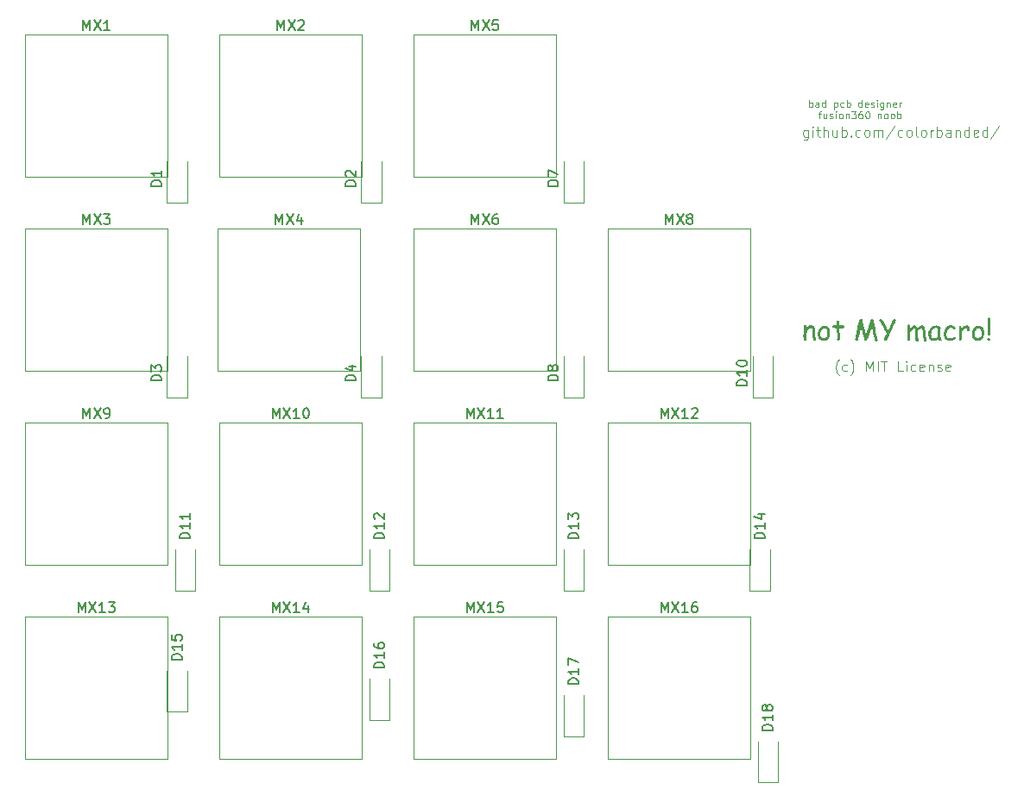
<source format=gbr>
%TF.GenerationSoftware,KiCad,Pcbnew,9.0.2*%
%TF.CreationDate,2025-06-27T23:38:42-07:00*%
%TF.ProjectId,bigMacro,6269674d-6163-4726-9f2e-6b696361645f,rev?*%
%TF.SameCoordinates,Original*%
%TF.FileFunction,Legend,Top*%
%TF.FilePolarity,Positive*%
%FSLAX46Y46*%
G04 Gerber Fmt 4.6, Leading zero omitted, Abs format (unit mm)*
G04 Created by KiCad (PCBNEW 9.0.2) date 2025-06-27 23:38:42*
%MOMM*%
%LPD*%
G01*
G04 APERTURE LIST*
%ADD10C,0.100000*%
%ADD11C,0.087500*%
%ADD12C,0.150000*%
%ADD13C,0.120000*%
G04 APERTURE END LIST*
D10*
G36*
X111688678Y-64371455D02*
G01*
X111635608Y-64363166D01*
X111597819Y-64340300D01*
X111571335Y-64302056D01*
X111556177Y-64242983D01*
X111517952Y-63943786D01*
X111503391Y-63786099D01*
X111498779Y-63644466D01*
X111503542Y-63514651D01*
X111508305Y-63384836D01*
X111497285Y-63227151D01*
X111471678Y-63142013D01*
X111438850Y-63101813D01*
X111399006Y-63089668D01*
X111328404Y-63099544D01*
X111257428Y-63130255D01*
X111183979Y-63185497D01*
X111106648Y-63271385D01*
X111031704Y-63386426D01*
X110965825Y-63524688D01*
X110909910Y-63689651D01*
X110897576Y-63823618D01*
X110889394Y-63956120D01*
X110897576Y-64079218D01*
X110905758Y-64202194D01*
X110896021Y-64258695D01*
X110868144Y-64301846D01*
X110825908Y-64330378D01*
X110771913Y-64340192D01*
X110716833Y-64330331D01*
X110674826Y-64301968D01*
X110647511Y-64258894D01*
X110637946Y-64202439D01*
X110629031Y-64079585D01*
X110620238Y-63956853D01*
X110640022Y-63567285D01*
X110659927Y-63177840D01*
X110655043Y-63048147D01*
X110650280Y-62918576D01*
X110660230Y-62864631D01*
X110689237Y-62822344D01*
X110732433Y-62794371D01*
X110785590Y-62784853D01*
X110839414Y-62795056D01*
X110879019Y-62824339D01*
X110907716Y-62876476D01*
X110923465Y-62961685D01*
X110927618Y-63120931D01*
X111030757Y-63000004D01*
X111128123Y-62914559D01*
X111220827Y-62858284D01*
X111310450Y-62826433D01*
X111399006Y-62816116D01*
X111502778Y-62828864D01*
X111585269Y-62864702D01*
X111651507Y-62923269D01*
X111703699Y-63008458D01*
X111734140Y-63096407D01*
X111756685Y-63219648D01*
X111767935Y-63387767D01*
X111767935Y-63525520D01*
X111766592Y-63652404D01*
X111773064Y-63773506D01*
X111795901Y-63945129D01*
X111818854Y-64116562D01*
X111825332Y-64236388D01*
X111815324Y-64291492D01*
X111786375Y-64333963D01*
X111742993Y-64361881D01*
X111688678Y-64371455D01*
G37*
G36*
X112823624Y-62873250D02*
G01*
X112915408Y-62902754D01*
X112996408Y-62951130D01*
X113068458Y-63019879D01*
X113132276Y-63112261D01*
X113192461Y-63250869D01*
X113229150Y-63411060D01*
X113240231Y-63597205D01*
X113228099Y-63747277D01*
X113197149Y-63881885D01*
X113148343Y-64003309D01*
X113081717Y-64113412D01*
X113005170Y-64202695D01*
X112921835Y-64269770D01*
X112830828Y-64317132D01*
X112730515Y-64345919D01*
X112618633Y-64355823D01*
X112507388Y-64345174D01*
X112405867Y-64313913D01*
X112311857Y-64261799D01*
X112223814Y-64186929D01*
X112144411Y-64087855D01*
X112085410Y-63972711D01*
X112046681Y-63838576D01*
X112029763Y-63681591D01*
X112029780Y-63681224D01*
X112298919Y-63681224D01*
X112312116Y-63809287D01*
X112348716Y-63910394D01*
X112406874Y-63990558D01*
X112471496Y-64042137D01*
X112541317Y-64072155D01*
X112618633Y-64082271D01*
X112709015Y-64070685D01*
X112789597Y-64036518D01*
X112863120Y-63978224D01*
X112927020Y-63895068D01*
X112968321Y-63793178D01*
X112986096Y-63667547D01*
X112980593Y-63475176D01*
X112953317Y-63339648D01*
X112910544Y-63246858D01*
X112855308Y-63185780D01*
X112786813Y-63149539D01*
X112700576Y-63136563D01*
X112605984Y-63147911D01*
X112524189Y-63182351D01*
X112451923Y-63240946D01*
X112387701Y-63328171D01*
X112338981Y-63434398D01*
X112309186Y-63551325D01*
X112298919Y-63681224D01*
X112029780Y-63681224D01*
X112036737Y-63529335D01*
X112065268Y-63389605D01*
X112114696Y-63260245D01*
X112185468Y-63139494D01*
X112269430Y-63038553D01*
X112363049Y-62962232D01*
X112467492Y-62907898D01*
X112584914Y-62874572D01*
X112718284Y-62863011D01*
X112823624Y-62873250D01*
G37*
G36*
X114491487Y-63113726D02*
G01*
X114423832Y-63111040D01*
X114356299Y-63108231D01*
X114170430Y-63128747D01*
X114196442Y-63935237D01*
X114197785Y-63995199D01*
X114199128Y-64064808D01*
X114192482Y-64193761D01*
X114171508Y-64276468D01*
X114141309Y-64326694D01*
X114103493Y-64354296D01*
X114055636Y-64363639D01*
X114004524Y-64354719D01*
X113960747Y-64328102D01*
X113930504Y-64288067D01*
X113920447Y-64239197D01*
X113924477Y-64083248D01*
X113928629Y-63927421D01*
X113901396Y-63128747D01*
X113598047Y-63105666D01*
X113542792Y-63090146D01*
X113506487Y-63063405D01*
X113484462Y-63025031D01*
X113476414Y-62970844D01*
X113485879Y-62915449D01*
X113513294Y-62871559D01*
X113554941Y-62842037D01*
X113607572Y-62831992D01*
X113894558Y-62855195D01*
X113888329Y-62669937D01*
X113882223Y-62502264D01*
X113892240Y-62449884D01*
X113921791Y-62407987D01*
X113965586Y-62380084D01*
X114018877Y-62370617D01*
X114070230Y-62381317D01*
X114110429Y-62413165D01*
X114141955Y-62472062D01*
X114162248Y-62570652D01*
X114166400Y-62691797D01*
X114163713Y-62770809D01*
X114162248Y-62855195D01*
X114356299Y-62833335D01*
X114486210Y-62837774D01*
X114542045Y-62847013D01*
X114587953Y-62873059D01*
X114615359Y-62914108D01*
X114625454Y-62975607D01*
X114615801Y-63031092D01*
X114587841Y-63074769D01*
X114545537Y-63103771D01*
X114491487Y-63113726D01*
G37*
G36*
X117762998Y-64394902D02*
G01*
X117717978Y-64386720D01*
X117678037Y-64361872D01*
X117641365Y-64316744D01*
X117605897Y-64237493D01*
X117567604Y-64093262D01*
X117518389Y-63858178D01*
X117458478Y-63574305D01*
X117340824Y-62893053D01*
X117067516Y-63717372D01*
X116986916Y-63977125D01*
X116934203Y-64123705D01*
X116884456Y-64230038D01*
X116839065Y-64294019D01*
X116788428Y-64328775D01*
X116730095Y-64340192D01*
X116681847Y-64330516D01*
X116640190Y-64301011D01*
X116603089Y-64246402D01*
X116575670Y-64184527D01*
X116548378Y-64100101D01*
X116508811Y-63948426D01*
X116380779Y-63456300D01*
X116265545Y-62914913D01*
X116216330Y-63160499D01*
X116040109Y-63884801D01*
X116020426Y-64027100D01*
X115971843Y-64262034D01*
X115936358Y-64325509D01*
X115892124Y-64359927D01*
X115836532Y-64371455D01*
X115775967Y-64359145D01*
X115730043Y-64323095D01*
X115704670Y-64277650D01*
X115695849Y-64220879D01*
X115704867Y-64068139D01*
X115734720Y-63881324D01*
X115790126Y-63654480D01*
X115940336Y-63103590D01*
X116019592Y-62672990D01*
X116067544Y-62469053D01*
X116110054Y-62345599D01*
X116146721Y-62277927D01*
X116187735Y-62232480D01*
X116232202Y-62207085D01*
X116282031Y-62198670D01*
X116334870Y-62209302D01*
X116378238Y-62241203D01*
X116414533Y-62299787D01*
X116462502Y-62453770D01*
X116529327Y-62795966D01*
X116584412Y-63094020D01*
X116658922Y-63417830D01*
X116754641Y-63769274D01*
X116882537Y-63416024D01*
X116999180Y-63050752D01*
X117104397Y-62672990D01*
X117145430Y-62473321D01*
X117175464Y-62359765D01*
X117209666Y-62279271D01*
X117251446Y-62224027D01*
X117299353Y-62193312D01*
X117355845Y-62183039D01*
X117404878Y-62193810D01*
X117450174Y-62227940D01*
X117493776Y-62293673D01*
X117534753Y-62405056D01*
X117555483Y-62503884D01*
X117587998Y-62727700D01*
X117649604Y-63140042D01*
X117717028Y-63489506D01*
X117788888Y-63783074D01*
X117855810Y-64018157D01*
X117899041Y-64193000D01*
X117907834Y-64254462D01*
X117896729Y-64309400D01*
X117863382Y-64354602D01*
X117815693Y-64384998D01*
X117762998Y-64394902D01*
G37*
G36*
X119615824Y-62527543D02*
G01*
X119528385Y-62687400D01*
X119293301Y-63267843D01*
X119156664Y-63583037D01*
X119036480Y-63838761D01*
X118865754Y-64145042D01*
X118793336Y-64293297D01*
X118758282Y-64338129D01*
X118718442Y-64363107D01*
X118671825Y-64371455D01*
X118621500Y-64361788D01*
X118574739Y-64331765D01*
X118541940Y-64287262D01*
X118531019Y-64233213D01*
X118550889Y-64165945D01*
X118659491Y-63941832D01*
X118827530Y-63626148D01*
X118668550Y-63410119D01*
X118567682Y-63249282D01*
X118510503Y-63132167D01*
X118434443Y-62974150D01*
X118305583Y-62764337D01*
X118074652Y-62410185D01*
X118059092Y-62372926D01*
X118054135Y-62336912D01*
X118064862Y-62283285D01*
X118097122Y-62238726D01*
X118143571Y-62208492D01*
X118194819Y-62198670D01*
X118236408Y-62205414D01*
X118273253Y-62225629D01*
X118306927Y-62261441D01*
X118416225Y-62430213D01*
X118607468Y-62721472D01*
X118701287Y-62887758D01*
X118767324Y-63031783D01*
X118829665Y-63151828D01*
X118960032Y-63340750D01*
X119272907Y-62581399D01*
X119420430Y-62291483D01*
X119452910Y-62238409D01*
X119494353Y-62208798D01*
X119547558Y-62198670D01*
X119598920Y-62208099D01*
X119645133Y-62236894D01*
X119677352Y-62280297D01*
X119688242Y-62335080D01*
X119674015Y-62403872D01*
X119615824Y-62527543D01*
G37*
G36*
X122553943Y-64394902D02*
G01*
X122502915Y-64387184D01*
X122465905Y-64365834D01*
X122439289Y-64330292D01*
X122422785Y-64275956D01*
X122373570Y-63852194D01*
X122327164Y-63428433D01*
X122308716Y-63335252D01*
X122280636Y-63243908D01*
X122242763Y-63166041D01*
X122209747Y-63130690D01*
X122179641Y-63120931D01*
X122120906Y-63136359D01*
X121991086Y-63206416D01*
X121873030Y-63284395D01*
X121818895Y-63332690D01*
X121825733Y-63587924D01*
X121866644Y-63950380D01*
X121886843Y-64155777D01*
X121892656Y-64304654D01*
X121883006Y-64359761D01*
X121855043Y-64403084D01*
X121812776Y-64431901D01*
X121758811Y-64441797D01*
X121704835Y-64431878D01*
X121662457Y-64402962D01*
X121634594Y-64359514D01*
X121624966Y-64304166D01*
X121617918Y-64119712D01*
X121591504Y-63817146D01*
X121565091Y-63514579D01*
X121558043Y-63330125D01*
X121546464Y-63194729D01*
X121517010Y-63105300D01*
X121424243Y-63160248D01*
X121323082Y-63247693D01*
X121161881Y-63428311D01*
X121092150Y-63514529D01*
X121077129Y-63756818D01*
X121062108Y-63993489D01*
X121075053Y-64108527D01*
X121087998Y-64215261D01*
X121077614Y-64266828D01*
X121046354Y-64309661D01*
X121001047Y-64338445D01*
X120948657Y-64348007D01*
X120900514Y-64337800D01*
X120861063Y-64306850D01*
X120828185Y-64248810D01*
X120804042Y-64151118D01*
X120794296Y-63996786D01*
X120809317Y-63752177D01*
X120824338Y-63507568D01*
X120811271Y-63290314D01*
X120798326Y-63071594D01*
X120807055Y-62935748D01*
X120828713Y-62849531D01*
X120858298Y-62798102D01*
X120893960Y-62770534D01*
X120937666Y-62761406D01*
X120987585Y-62772245D01*
X121035364Y-62806835D01*
X121069136Y-62855541D01*
X121079816Y-62906853D01*
X121072977Y-62987575D01*
X121066138Y-63070862D01*
X121068825Y-63214232D01*
X121122609Y-63121421D01*
X121191814Y-63033489D01*
X121277897Y-62949961D01*
X121375014Y-62878294D01*
X121451538Y-62842209D01*
X121512858Y-62831748D01*
X121612713Y-62845471D01*
X121692480Y-62884460D01*
X121757092Y-62949560D01*
X121808026Y-63046804D01*
X121891200Y-62958771D01*
X121986934Y-62897205D01*
X122096129Y-62860304D01*
X122224704Y-62847379D01*
X122310513Y-62857319D01*
X122382143Y-62885703D01*
X122442830Y-62932453D01*
X122494243Y-63000201D01*
X122536236Y-63093943D01*
X122552661Y-63176604D01*
X122592290Y-63478747D01*
X122631044Y-63753668D01*
X122690597Y-64263377D01*
X122683505Y-64313958D01*
X122653717Y-64356556D01*
X122608544Y-64385205D01*
X122553943Y-64394902D01*
G37*
G36*
X123764889Y-62861578D02*
G01*
X123910346Y-62908806D01*
X124002215Y-62955689D01*
X124057653Y-63001570D01*
X124086887Y-63046746D01*
X124096093Y-63093210D01*
X124089407Y-63127749D01*
X124068860Y-63158789D01*
X124047611Y-63329637D01*
X124038818Y-63634208D01*
X124044694Y-63794727D01*
X124062021Y-63901898D01*
X124084744Y-63976095D01*
X124148116Y-64142355D01*
X124179502Y-64214773D01*
X124187684Y-64237976D01*
X124178016Y-64288065D01*
X124149460Y-64328102D01*
X124107971Y-64354827D01*
X124060678Y-64363639D01*
X124031495Y-64353345D01*
X123966400Y-64304899D01*
X123910021Y-64250186D01*
X123874809Y-64207324D01*
X123746436Y-64270771D01*
X123643877Y-64312470D01*
X123547376Y-64340170D01*
X123477304Y-64348007D01*
X123317743Y-64334936D01*
X123191041Y-64298954D01*
X123090547Y-64243073D01*
X123011410Y-64167634D01*
X122955524Y-64080700D01*
X122912366Y-63969113D01*
X122883871Y-63827217D01*
X122874041Y-63658998D01*
X123142569Y-63658998D01*
X123153036Y-63806601D01*
X123180764Y-63915322D01*
X123221825Y-63994100D01*
X123282243Y-64055241D01*
X123359661Y-64092435D01*
X123459596Y-64105719D01*
X123584230Y-64093071D01*
X123682223Y-64058091D01*
X123734893Y-64024038D01*
X123820220Y-63954532D01*
X123785637Y-63616058D01*
X123776501Y-63413779D01*
X123783950Y-63286528D01*
X123806543Y-63140104D01*
X123719715Y-63102003D01*
X123661707Y-63089668D01*
X123560009Y-63100317D01*
X123466525Y-63131775D01*
X123379067Y-63184786D01*
X123296197Y-63261982D01*
X123228216Y-63352654D01*
X123180712Y-63448076D01*
X123152230Y-63549592D01*
X123142569Y-63658998D01*
X122874041Y-63658998D01*
X122873413Y-63648252D01*
X122887950Y-63487133D01*
X122930422Y-63341050D01*
X123000714Y-63206904D01*
X123100803Y-63082463D01*
X123222191Y-62978121D01*
X123351613Y-62905609D01*
X123491194Y-62862167D01*
X123643999Y-62847379D01*
X123764889Y-62861578D01*
G37*
G36*
X125043389Y-64363639D02*
G01*
X124905560Y-64352439D01*
X124783480Y-64320134D01*
X124674376Y-64267576D01*
X124576152Y-64194134D01*
X124490609Y-64098878D01*
X124429812Y-63990834D01*
X124392442Y-63867453D01*
X124379414Y-63725066D01*
X124390078Y-63590535D01*
X124422894Y-63451287D01*
X124479841Y-63305659D01*
X124563818Y-63152072D01*
X124657447Y-63022448D01*
X124749366Y-62930775D01*
X124840245Y-62870075D01*
X124931566Y-62835346D01*
X125025559Y-62823932D01*
X125161983Y-62838490D01*
X125324756Y-62886580D01*
X125428899Y-62936438D01*
X125491147Y-62985284D01*
X125523653Y-63033276D01*
X125533828Y-63082585D01*
X125525320Y-63131355D01*
X125499634Y-63174543D01*
X125461212Y-63204784D01*
X125415004Y-63214721D01*
X125377647Y-63208780D01*
X125345883Y-63191273D01*
X125289219Y-63144989D01*
X125231581Y-63112767D01*
X125146808Y-63090466D01*
X125025559Y-63081853D01*
X124965065Y-63093612D01*
X124900785Y-63132106D01*
X124829580Y-63206450D01*
X124749565Y-63330370D01*
X124676134Y-63486580D01*
X124637050Y-63616341D01*
X124625245Y-63724822D01*
X124633469Y-63812927D01*
X124656919Y-63888057D01*
X124694892Y-63952756D01*
X124748221Y-64008754D01*
X124829624Y-64061472D01*
X124926654Y-64094160D01*
X125043389Y-64105719D01*
X125125599Y-64095516D01*
X125218267Y-64062488D01*
X125376780Y-63978834D01*
X125435521Y-63957219D01*
X125482218Y-63967091D01*
X125522959Y-63997519D01*
X125550742Y-64040903D01*
X125559840Y-64089476D01*
X125550464Y-64131238D01*
X125519135Y-64175790D01*
X125456689Y-64225608D01*
X125349425Y-64281818D01*
X125223566Y-64330520D01*
X125123161Y-64356074D01*
X125043389Y-64363639D01*
G37*
G36*
X126926867Y-63270408D02*
G01*
X126912497Y-63352210D01*
X126884608Y-63402624D01*
X126845063Y-63431278D01*
X126790213Y-63441378D01*
X126738223Y-63432739D01*
X126703427Y-63409217D01*
X126681268Y-63369572D01*
X126672733Y-63306800D01*
X126668703Y-63211668D01*
X126664551Y-63097484D01*
X126523458Y-63124274D01*
X126409840Y-63165320D01*
X126318947Y-63218873D01*
X126245478Y-63284642D01*
X126178008Y-63372393D01*
X126116714Y-63486197D01*
X126119401Y-64233702D01*
X126110074Y-64296538D01*
X126085374Y-64337218D01*
X126045387Y-64362113D01*
X125984090Y-64371455D01*
X125930956Y-64362598D01*
X125895362Y-64338465D01*
X125872669Y-64297744D01*
X125863922Y-64233213D01*
X125863922Y-63272240D01*
X125867342Y-63136807D01*
X125870761Y-63001252D01*
X125879508Y-62936721D01*
X125902200Y-62896001D01*
X125937795Y-62871868D01*
X125990929Y-62863011D01*
X126045273Y-62875130D01*
X126085453Y-62911072D01*
X126114038Y-62978693D01*
X126126239Y-63094675D01*
X126237809Y-62999614D01*
X126350743Y-62928497D01*
X126465935Y-62878933D01*
X126584610Y-62849451D01*
X126708270Y-62839564D01*
X126777531Y-62849363D01*
X126831333Y-62876979D01*
X126873500Y-62922973D01*
X126901675Y-62981435D01*
X126920908Y-63063027D01*
X126928211Y-63174665D01*
X126926867Y-63270408D01*
G37*
G36*
X127925647Y-62873250D02*
G01*
X128017432Y-62902754D01*
X128098432Y-62951130D01*
X128170482Y-63019879D01*
X128234299Y-63112261D01*
X128294485Y-63250869D01*
X128331173Y-63411060D01*
X128342255Y-63597205D01*
X128330123Y-63747277D01*
X128299173Y-63881885D01*
X128250367Y-64003309D01*
X128183741Y-64113412D01*
X128107194Y-64202695D01*
X128023859Y-64269770D01*
X127932852Y-64317132D01*
X127832539Y-64345919D01*
X127720657Y-64355823D01*
X127609412Y-64345174D01*
X127507891Y-64313913D01*
X127413881Y-64261799D01*
X127325838Y-64186929D01*
X127246435Y-64087855D01*
X127187434Y-63972711D01*
X127148705Y-63838576D01*
X127131787Y-63681591D01*
X127131804Y-63681224D01*
X127400943Y-63681224D01*
X127414139Y-63809287D01*
X127450740Y-63910394D01*
X127508898Y-63990558D01*
X127573519Y-64042137D01*
X127643340Y-64072155D01*
X127720657Y-64082271D01*
X127811039Y-64070685D01*
X127891620Y-64036518D01*
X127965144Y-63978224D01*
X128029044Y-63895068D01*
X128070344Y-63793178D01*
X128088120Y-63667547D01*
X128082617Y-63475176D01*
X128055341Y-63339648D01*
X128012567Y-63246858D01*
X127957332Y-63185780D01*
X127888836Y-63149539D01*
X127802600Y-63136563D01*
X127708007Y-63147911D01*
X127626213Y-63182351D01*
X127553947Y-63240946D01*
X127489725Y-63328171D01*
X127441004Y-63434398D01*
X127411210Y-63551325D01*
X127400943Y-63681224D01*
X127131804Y-63681224D01*
X127138761Y-63529335D01*
X127167291Y-63389605D01*
X127216720Y-63260245D01*
X127287492Y-63139494D01*
X127371454Y-63038553D01*
X127465072Y-62962232D01*
X127569515Y-62907898D01*
X127686937Y-62874572D01*
X127820308Y-62863011D01*
X127925647Y-62873250D01*
G37*
G36*
X128941871Y-62203799D02*
G01*
X128941871Y-63733248D01*
X128933537Y-63788949D01*
X128911423Y-63825093D01*
X128875522Y-63847274D01*
X128820360Y-63855614D01*
X128765132Y-63847271D01*
X128729195Y-63825083D01*
X128707066Y-63788938D01*
X128698727Y-63733248D01*
X128695308Y-63564965D01*
X128691888Y-63398025D01*
X128695308Y-62800851D01*
X128698727Y-62203799D01*
X128707066Y-62148110D01*
X128729195Y-62111965D01*
X128765132Y-62089777D01*
X128820360Y-62081434D01*
X128875522Y-62089773D01*
X128911423Y-62111955D01*
X128933537Y-62148099D01*
X128941871Y-62203799D01*
G37*
G36*
X128943214Y-64250432D02*
G01*
X128933678Y-64295722D01*
X128904257Y-64335429D01*
X128862412Y-64362617D01*
X128816208Y-64371455D01*
X128765276Y-64356082D01*
X128706909Y-64300746D01*
X128665526Y-64233459D01*
X128653664Y-64178381D01*
X128663192Y-64133315D01*
X128692499Y-64094239D01*
X128734588Y-64067586D01*
X128782014Y-64058824D01*
X128832021Y-64074042D01*
X128891313Y-64129532D01*
X128931708Y-64196549D01*
X128943214Y-64250432D01*
G37*
X111063705Y-43655752D02*
X111063705Y-44465276D01*
X111063705Y-44465276D02*
X111016086Y-44560514D01*
X111016086Y-44560514D02*
X110968467Y-44608133D01*
X110968467Y-44608133D02*
X110873229Y-44655752D01*
X110873229Y-44655752D02*
X110730372Y-44655752D01*
X110730372Y-44655752D02*
X110635134Y-44608133D01*
X111063705Y-44274800D02*
X110968467Y-44322419D01*
X110968467Y-44322419D02*
X110777991Y-44322419D01*
X110777991Y-44322419D02*
X110682753Y-44274800D01*
X110682753Y-44274800D02*
X110635134Y-44227180D01*
X110635134Y-44227180D02*
X110587515Y-44131942D01*
X110587515Y-44131942D02*
X110587515Y-43846228D01*
X110587515Y-43846228D02*
X110635134Y-43750990D01*
X110635134Y-43750990D02*
X110682753Y-43703371D01*
X110682753Y-43703371D02*
X110777991Y-43655752D01*
X110777991Y-43655752D02*
X110968467Y-43655752D01*
X110968467Y-43655752D02*
X111063705Y-43703371D01*
X111539896Y-44322419D02*
X111539896Y-43655752D01*
X111539896Y-43322419D02*
X111492277Y-43370038D01*
X111492277Y-43370038D02*
X111539896Y-43417657D01*
X111539896Y-43417657D02*
X111587515Y-43370038D01*
X111587515Y-43370038D02*
X111539896Y-43322419D01*
X111539896Y-43322419D02*
X111539896Y-43417657D01*
X111873229Y-43655752D02*
X112254181Y-43655752D01*
X112016086Y-43322419D02*
X112016086Y-44179561D01*
X112016086Y-44179561D02*
X112063705Y-44274800D01*
X112063705Y-44274800D02*
X112158943Y-44322419D01*
X112158943Y-44322419D02*
X112254181Y-44322419D01*
X112587515Y-44322419D02*
X112587515Y-43322419D01*
X113016086Y-44322419D02*
X113016086Y-43798609D01*
X113016086Y-43798609D02*
X112968467Y-43703371D01*
X112968467Y-43703371D02*
X112873229Y-43655752D01*
X112873229Y-43655752D02*
X112730372Y-43655752D01*
X112730372Y-43655752D02*
X112635134Y-43703371D01*
X112635134Y-43703371D02*
X112587515Y-43750990D01*
X113920848Y-43655752D02*
X113920848Y-44322419D01*
X113492277Y-43655752D02*
X113492277Y-44179561D01*
X113492277Y-44179561D02*
X113539896Y-44274800D01*
X113539896Y-44274800D02*
X113635134Y-44322419D01*
X113635134Y-44322419D02*
X113777991Y-44322419D01*
X113777991Y-44322419D02*
X113873229Y-44274800D01*
X113873229Y-44274800D02*
X113920848Y-44227180D01*
X114397039Y-44322419D02*
X114397039Y-43322419D01*
X114397039Y-43703371D02*
X114492277Y-43655752D01*
X114492277Y-43655752D02*
X114682753Y-43655752D01*
X114682753Y-43655752D02*
X114777991Y-43703371D01*
X114777991Y-43703371D02*
X114825610Y-43750990D01*
X114825610Y-43750990D02*
X114873229Y-43846228D01*
X114873229Y-43846228D02*
X114873229Y-44131942D01*
X114873229Y-44131942D02*
X114825610Y-44227180D01*
X114825610Y-44227180D02*
X114777991Y-44274800D01*
X114777991Y-44274800D02*
X114682753Y-44322419D01*
X114682753Y-44322419D02*
X114492277Y-44322419D01*
X114492277Y-44322419D02*
X114397039Y-44274800D01*
X115301801Y-44227180D02*
X115349420Y-44274800D01*
X115349420Y-44274800D02*
X115301801Y-44322419D01*
X115301801Y-44322419D02*
X115254182Y-44274800D01*
X115254182Y-44274800D02*
X115301801Y-44227180D01*
X115301801Y-44227180D02*
X115301801Y-44322419D01*
X116206562Y-44274800D02*
X116111324Y-44322419D01*
X116111324Y-44322419D02*
X115920848Y-44322419D01*
X115920848Y-44322419D02*
X115825610Y-44274800D01*
X115825610Y-44274800D02*
X115777991Y-44227180D01*
X115777991Y-44227180D02*
X115730372Y-44131942D01*
X115730372Y-44131942D02*
X115730372Y-43846228D01*
X115730372Y-43846228D02*
X115777991Y-43750990D01*
X115777991Y-43750990D02*
X115825610Y-43703371D01*
X115825610Y-43703371D02*
X115920848Y-43655752D01*
X115920848Y-43655752D02*
X116111324Y-43655752D01*
X116111324Y-43655752D02*
X116206562Y-43703371D01*
X116777991Y-44322419D02*
X116682753Y-44274800D01*
X116682753Y-44274800D02*
X116635134Y-44227180D01*
X116635134Y-44227180D02*
X116587515Y-44131942D01*
X116587515Y-44131942D02*
X116587515Y-43846228D01*
X116587515Y-43846228D02*
X116635134Y-43750990D01*
X116635134Y-43750990D02*
X116682753Y-43703371D01*
X116682753Y-43703371D02*
X116777991Y-43655752D01*
X116777991Y-43655752D02*
X116920848Y-43655752D01*
X116920848Y-43655752D02*
X117016086Y-43703371D01*
X117016086Y-43703371D02*
X117063705Y-43750990D01*
X117063705Y-43750990D02*
X117111324Y-43846228D01*
X117111324Y-43846228D02*
X117111324Y-44131942D01*
X117111324Y-44131942D02*
X117063705Y-44227180D01*
X117063705Y-44227180D02*
X117016086Y-44274800D01*
X117016086Y-44274800D02*
X116920848Y-44322419D01*
X116920848Y-44322419D02*
X116777991Y-44322419D01*
X117539896Y-44322419D02*
X117539896Y-43655752D01*
X117539896Y-43750990D02*
X117587515Y-43703371D01*
X117587515Y-43703371D02*
X117682753Y-43655752D01*
X117682753Y-43655752D02*
X117825610Y-43655752D01*
X117825610Y-43655752D02*
X117920848Y-43703371D01*
X117920848Y-43703371D02*
X117968467Y-43798609D01*
X117968467Y-43798609D02*
X117968467Y-44322419D01*
X117968467Y-43798609D02*
X118016086Y-43703371D01*
X118016086Y-43703371D02*
X118111324Y-43655752D01*
X118111324Y-43655752D02*
X118254181Y-43655752D01*
X118254181Y-43655752D02*
X118349420Y-43703371D01*
X118349420Y-43703371D02*
X118397039Y-43798609D01*
X118397039Y-43798609D02*
X118397039Y-44322419D01*
X119587514Y-43274800D02*
X118730372Y-44560514D01*
X120349419Y-44274800D02*
X120254181Y-44322419D01*
X120254181Y-44322419D02*
X120063705Y-44322419D01*
X120063705Y-44322419D02*
X119968467Y-44274800D01*
X119968467Y-44274800D02*
X119920848Y-44227180D01*
X119920848Y-44227180D02*
X119873229Y-44131942D01*
X119873229Y-44131942D02*
X119873229Y-43846228D01*
X119873229Y-43846228D02*
X119920848Y-43750990D01*
X119920848Y-43750990D02*
X119968467Y-43703371D01*
X119968467Y-43703371D02*
X120063705Y-43655752D01*
X120063705Y-43655752D02*
X120254181Y-43655752D01*
X120254181Y-43655752D02*
X120349419Y-43703371D01*
X120920848Y-44322419D02*
X120825610Y-44274800D01*
X120825610Y-44274800D02*
X120777991Y-44227180D01*
X120777991Y-44227180D02*
X120730372Y-44131942D01*
X120730372Y-44131942D02*
X120730372Y-43846228D01*
X120730372Y-43846228D02*
X120777991Y-43750990D01*
X120777991Y-43750990D02*
X120825610Y-43703371D01*
X120825610Y-43703371D02*
X120920848Y-43655752D01*
X120920848Y-43655752D02*
X121063705Y-43655752D01*
X121063705Y-43655752D02*
X121158943Y-43703371D01*
X121158943Y-43703371D02*
X121206562Y-43750990D01*
X121206562Y-43750990D02*
X121254181Y-43846228D01*
X121254181Y-43846228D02*
X121254181Y-44131942D01*
X121254181Y-44131942D02*
X121206562Y-44227180D01*
X121206562Y-44227180D02*
X121158943Y-44274800D01*
X121158943Y-44274800D02*
X121063705Y-44322419D01*
X121063705Y-44322419D02*
X120920848Y-44322419D01*
X121825610Y-44322419D02*
X121730372Y-44274800D01*
X121730372Y-44274800D02*
X121682753Y-44179561D01*
X121682753Y-44179561D02*
X121682753Y-43322419D01*
X122349420Y-44322419D02*
X122254182Y-44274800D01*
X122254182Y-44274800D02*
X122206563Y-44227180D01*
X122206563Y-44227180D02*
X122158944Y-44131942D01*
X122158944Y-44131942D02*
X122158944Y-43846228D01*
X122158944Y-43846228D02*
X122206563Y-43750990D01*
X122206563Y-43750990D02*
X122254182Y-43703371D01*
X122254182Y-43703371D02*
X122349420Y-43655752D01*
X122349420Y-43655752D02*
X122492277Y-43655752D01*
X122492277Y-43655752D02*
X122587515Y-43703371D01*
X122587515Y-43703371D02*
X122635134Y-43750990D01*
X122635134Y-43750990D02*
X122682753Y-43846228D01*
X122682753Y-43846228D02*
X122682753Y-44131942D01*
X122682753Y-44131942D02*
X122635134Y-44227180D01*
X122635134Y-44227180D02*
X122587515Y-44274800D01*
X122587515Y-44274800D02*
X122492277Y-44322419D01*
X122492277Y-44322419D02*
X122349420Y-44322419D01*
X123111325Y-44322419D02*
X123111325Y-43655752D01*
X123111325Y-43846228D02*
X123158944Y-43750990D01*
X123158944Y-43750990D02*
X123206563Y-43703371D01*
X123206563Y-43703371D02*
X123301801Y-43655752D01*
X123301801Y-43655752D02*
X123397039Y-43655752D01*
X123730373Y-44322419D02*
X123730373Y-43322419D01*
X123730373Y-43703371D02*
X123825611Y-43655752D01*
X123825611Y-43655752D02*
X124016087Y-43655752D01*
X124016087Y-43655752D02*
X124111325Y-43703371D01*
X124111325Y-43703371D02*
X124158944Y-43750990D01*
X124158944Y-43750990D02*
X124206563Y-43846228D01*
X124206563Y-43846228D02*
X124206563Y-44131942D01*
X124206563Y-44131942D02*
X124158944Y-44227180D01*
X124158944Y-44227180D02*
X124111325Y-44274800D01*
X124111325Y-44274800D02*
X124016087Y-44322419D01*
X124016087Y-44322419D02*
X123825611Y-44322419D01*
X123825611Y-44322419D02*
X123730373Y-44274800D01*
X125063706Y-44322419D02*
X125063706Y-43798609D01*
X125063706Y-43798609D02*
X125016087Y-43703371D01*
X125016087Y-43703371D02*
X124920849Y-43655752D01*
X124920849Y-43655752D02*
X124730373Y-43655752D01*
X124730373Y-43655752D02*
X124635135Y-43703371D01*
X125063706Y-44274800D02*
X124968468Y-44322419D01*
X124968468Y-44322419D02*
X124730373Y-44322419D01*
X124730373Y-44322419D02*
X124635135Y-44274800D01*
X124635135Y-44274800D02*
X124587516Y-44179561D01*
X124587516Y-44179561D02*
X124587516Y-44084323D01*
X124587516Y-44084323D02*
X124635135Y-43989085D01*
X124635135Y-43989085D02*
X124730373Y-43941466D01*
X124730373Y-43941466D02*
X124968468Y-43941466D01*
X124968468Y-43941466D02*
X125063706Y-43893847D01*
X125539897Y-43655752D02*
X125539897Y-44322419D01*
X125539897Y-43750990D02*
X125587516Y-43703371D01*
X125587516Y-43703371D02*
X125682754Y-43655752D01*
X125682754Y-43655752D02*
X125825611Y-43655752D01*
X125825611Y-43655752D02*
X125920849Y-43703371D01*
X125920849Y-43703371D02*
X125968468Y-43798609D01*
X125968468Y-43798609D02*
X125968468Y-44322419D01*
X126873230Y-44322419D02*
X126873230Y-43322419D01*
X126873230Y-44274800D02*
X126777992Y-44322419D01*
X126777992Y-44322419D02*
X126587516Y-44322419D01*
X126587516Y-44322419D02*
X126492278Y-44274800D01*
X126492278Y-44274800D02*
X126444659Y-44227180D01*
X126444659Y-44227180D02*
X126397040Y-44131942D01*
X126397040Y-44131942D02*
X126397040Y-43846228D01*
X126397040Y-43846228D02*
X126444659Y-43750990D01*
X126444659Y-43750990D02*
X126492278Y-43703371D01*
X126492278Y-43703371D02*
X126587516Y-43655752D01*
X126587516Y-43655752D02*
X126777992Y-43655752D01*
X126777992Y-43655752D02*
X126873230Y-43703371D01*
X127730373Y-44274800D02*
X127635135Y-44322419D01*
X127635135Y-44322419D02*
X127444659Y-44322419D01*
X127444659Y-44322419D02*
X127349421Y-44274800D01*
X127349421Y-44274800D02*
X127301802Y-44179561D01*
X127301802Y-44179561D02*
X127301802Y-43798609D01*
X127301802Y-43798609D02*
X127349421Y-43703371D01*
X127349421Y-43703371D02*
X127444659Y-43655752D01*
X127444659Y-43655752D02*
X127635135Y-43655752D01*
X127635135Y-43655752D02*
X127730373Y-43703371D01*
X127730373Y-43703371D02*
X127777992Y-43798609D01*
X127777992Y-43798609D02*
X127777992Y-43893847D01*
X127777992Y-43893847D02*
X127301802Y-43989085D01*
X128635135Y-44322419D02*
X128635135Y-43322419D01*
X128635135Y-44274800D02*
X128539897Y-44322419D01*
X128539897Y-44322419D02*
X128349421Y-44322419D01*
X128349421Y-44322419D02*
X128254183Y-44274800D01*
X128254183Y-44274800D02*
X128206564Y-44227180D01*
X128206564Y-44227180D02*
X128158945Y-44131942D01*
X128158945Y-44131942D02*
X128158945Y-43846228D01*
X128158945Y-43846228D02*
X128206564Y-43750990D01*
X128206564Y-43750990D02*
X128254183Y-43703371D01*
X128254183Y-43703371D02*
X128349421Y-43655752D01*
X128349421Y-43655752D02*
X128539897Y-43655752D01*
X128539897Y-43655752D02*
X128635135Y-43703371D01*
X129825611Y-43274800D02*
X128968469Y-44560514D01*
D11*
X111205695Y-41401570D02*
X111205695Y-40701570D01*
X111205695Y-40968237D02*
X111272362Y-40934903D01*
X111272362Y-40934903D02*
X111405695Y-40934903D01*
X111405695Y-40934903D02*
X111472362Y-40968237D01*
X111472362Y-40968237D02*
X111505695Y-41001570D01*
X111505695Y-41001570D02*
X111539029Y-41068237D01*
X111539029Y-41068237D02*
X111539029Y-41268237D01*
X111539029Y-41268237D02*
X111505695Y-41334903D01*
X111505695Y-41334903D02*
X111472362Y-41368237D01*
X111472362Y-41368237D02*
X111405695Y-41401570D01*
X111405695Y-41401570D02*
X111272362Y-41401570D01*
X111272362Y-41401570D02*
X111205695Y-41368237D01*
X112139028Y-41401570D02*
X112139028Y-41034903D01*
X112139028Y-41034903D02*
X112105695Y-40968237D01*
X112105695Y-40968237D02*
X112039028Y-40934903D01*
X112039028Y-40934903D02*
X111905695Y-40934903D01*
X111905695Y-40934903D02*
X111839028Y-40968237D01*
X112139028Y-41368237D02*
X112072362Y-41401570D01*
X112072362Y-41401570D02*
X111905695Y-41401570D01*
X111905695Y-41401570D02*
X111839028Y-41368237D01*
X111839028Y-41368237D02*
X111805695Y-41301570D01*
X111805695Y-41301570D02*
X111805695Y-41234903D01*
X111805695Y-41234903D02*
X111839028Y-41168237D01*
X111839028Y-41168237D02*
X111905695Y-41134903D01*
X111905695Y-41134903D02*
X112072362Y-41134903D01*
X112072362Y-41134903D02*
X112139028Y-41101570D01*
X112772361Y-41401570D02*
X112772361Y-40701570D01*
X112772361Y-41368237D02*
X112705695Y-41401570D01*
X112705695Y-41401570D02*
X112572361Y-41401570D01*
X112572361Y-41401570D02*
X112505695Y-41368237D01*
X112505695Y-41368237D02*
X112472361Y-41334903D01*
X112472361Y-41334903D02*
X112439028Y-41268237D01*
X112439028Y-41268237D02*
X112439028Y-41068237D01*
X112439028Y-41068237D02*
X112472361Y-41001570D01*
X112472361Y-41001570D02*
X112505695Y-40968237D01*
X112505695Y-40968237D02*
X112572361Y-40934903D01*
X112572361Y-40934903D02*
X112705695Y-40934903D01*
X112705695Y-40934903D02*
X112772361Y-40968237D01*
X113639027Y-40934903D02*
X113639027Y-41634903D01*
X113639027Y-40968237D02*
X113705694Y-40934903D01*
X113705694Y-40934903D02*
X113839027Y-40934903D01*
X113839027Y-40934903D02*
X113905694Y-40968237D01*
X113905694Y-40968237D02*
X113939027Y-41001570D01*
X113939027Y-41001570D02*
X113972361Y-41068237D01*
X113972361Y-41068237D02*
X113972361Y-41268237D01*
X113972361Y-41268237D02*
X113939027Y-41334903D01*
X113939027Y-41334903D02*
X113905694Y-41368237D01*
X113905694Y-41368237D02*
X113839027Y-41401570D01*
X113839027Y-41401570D02*
X113705694Y-41401570D01*
X113705694Y-41401570D02*
X113639027Y-41368237D01*
X114572360Y-41368237D02*
X114505694Y-41401570D01*
X114505694Y-41401570D02*
X114372360Y-41401570D01*
X114372360Y-41401570D02*
X114305694Y-41368237D01*
X114305694Y-41368237D02*
X114272360Y-41334903D01*
X114272360Y-41334903D02*
X114239027Y-41268237D01*
X114239027Y-41268237D02*
X114239027Y-41068237D01*
X114239027Y-41068237D02*
X114272360Y-41001570D01*
X114272360Y-41001570D02*
X114305694Y-40968237D01*
X114305694Y-40968237D02*
X114372360Y-40934903D01*
X114372360Y-40934903D02*
X114505694Y-40934903D01*
X114505694Y-40934903D02*
X114572360Y-40968237D01*
X114872360Y-41401570D02*
X114872360Y-40701570D01*
X114872360Y-40968237D02*
X114939027Y-40934903D01*
X114939027Y-40934903D02*
X115072360Y-40934903D01*
X115072360Y-40934903D02*
X115139027Y-40968237D01*
X115139027Y-40968237D02*
X115172360Y-41001570D01*
X115172360Y-41001570D02*
X115205694Y-41068237D01*
X115205694Y-41068237D02*
X115205694Y-41268237D01*
X115205694Y-41268237D02*
X115172360Y-41334903D01*
X115172360Y-41334903D02*
X115139027Y-41368237D01*
X115139027Y-41368237D02*
X115072360Y-41401570D01*
X115072360Y-41401570D02*
X114939027Y-41401570D01*
X114939027Y-41401570D02*
X114872360Y-41368237D01*
X116339026Y-41401570D02*
X116339026Y-40701570D01*
X116339026Y-41368237D02*
X116272360Y-41401570D01*
X116272360Y-41401570D02*
X116139026Y-41401570D01*
X116139026Y-41401570D02*
X116072360Y-41368237D01*
X116072360Y-41368237D02*
X116039026Y-41334903D01*
X116039026Y-41334903D02*
X116005693Y-41268237D01*
X116005693Y-41268237D02*
X116005693Y-41068237D01*
X116005693Y-41068237D02*
X116039026Y-41001570D01*
X116039026Y-41001570D02*
X116072360Y-40968237D01*
X116072360Y-40968237D02*
X116139026Y-40934903D01*
X116139026Y-40934903D02*
X116272360Y-40934903D01*
X116272360Y-40934903D02*
X116339026Y-40968237D01*
X116939026Y-41368237D02*
X116872359Y-41401570D01*
X116872359Y-41401570D02*
X116739026Y-41401570D01*
X116739026Y-41401570D02*
X116672359Y-41368237D01*
X116672359Y-41368237D02*
X116639026Y-41301570D01*
X116639026Y-41301570D02*
X116639026Y-41034903D01*
X116639026Y-41034903D02*
X116672359Y-40968237D01*
X116672359Y-40968237D02*
X116739026Y-40934903D01*
X116739026Y-40934903D02*
X116872359Y-40934903D01*
X116872359Y-40934903D02*
X116939026Y-40968237D01*
X116939026Y-40968237D02*
X116972359Y-41034903D01*
X116972359Y-41034903D02*
X116972359Y-41101570D01*
X116972359Y-41101570D02*
X116639026Y-41168237D01*
X117239026Y-41368237D02*
X117305693Y-41401570D01*
X117305693Y-41401570D02*
X117439026Y-41401570D01*
X117439026Y-41401570D02*
X117505693Y-41368237D01*
X117505693Y-41368237D02*
X117539026Y-41301570D01*
X117539026Y-41301570D02*
X117539026Y-41268237D01*
X117539026Y-41268237D02*
X117505693Y-41201570D01*
X117505693Y-41201570D02*
X117439026Y-41168237D01*
X117439026Y-41168237D02*
X117339026Y-41168237D01*
X117339026Y-41168237D02*
X117272359Y-41134903D01*
X117272359Y-41134903D02*
X117239026Y-41068237D01*
X117239026Y-41068237D02*
X117239026Y-41034903D01*
X117239026Y-41034903D02*
X117272359Y-40968237D01*
X117272359Y-40968237D02*
X117339026Y-40934903D01*
X117339026Y-40934903D02*
X117439026Y-40934903D01*
X117439026Y-40934903D02*
X117505693Y-40968237D01*
X117839026Y-41401570D02*
X117839026Y-40934903D01*
X117839026Y-40701570D02*
X117805693Y-40734903D01*
X117805693Y-40734903D02*
X117839026Y-40768237D01*
X117839026Y-40768237D02*
X117872360Y-40734903D01*
X117872360Y-40734903D02*
X117839026Y-40701570D01*
X117839026Y-40701570D02*
X117839026Y-40768237D01*
X118472359Y-40934903D02*
X118472359Y-41501570D01*
X118472359Y-41501570D02*
X118439026Y-41568237D01*
X118439026Y-41568237D02*
X118405693Y-41601570D01*
X118405693Y-41601570D02*
X118339026Y-41634903D01*
X118339026Y-41634903D02*
X118239026Y-41634903D01*
X118239026Y-41634903D02*
X118172359Y-41601570D01*
X118472359Y-41368237D02*
X118405693Y-41401570D01*
X118405693Y-41401570D02*
X118272359Y-41401570D01*
X118272359Y-41401570D02*
X118205693Y-41368237D01*
X118205693Y-41368237D02*
X118172359Y-41334903D01*
X118172359Y-41334903D02*
X118139026Y-41268237D01*
X118139026Y-41268237D02*
X118139026Y-41068237D01*
X118139026Y-41068237D02*
X118172359Y-41001570D01*
X118172359Y-41001570D02*
X118205693Y-40968237D01*
X118205693Y-40968237D02*
X118272359Y-40934903D01*
X118272359Y-40934903D02*
X118405693Y-40934903D01*
X118405693Y-40934903D02*
X118472359Y-40968237D01*
X118805692Y-40934903D02*
X118805692Y-41401570D01*
X118805692Y-41001570D02*
X118839026Y-40968237D01*
X118839026Y-40968237D02*
X118905692Y-40934903D01*
X118905692Y-40934903D02*
X119005692Y-40934903D01*
X119005692Y-40934903D02*
X119072359Y-40968237D01*
X119072359Y-40968237D02*
X119105692Y-41034903D01*
X119105692Y-41034903D02*
X119105692Y-41401570D01*
X119705692Y-41368237D02*
X119639025Y-41401570D01*
X119639025Y-41401570D02*
X119505692Y-41401570D01*
X119505692Y-41401570D02*
X119439025Y-41368237D01*
X119439025Y-41368237D02*
X119405692Y-41301570D01*
X119405692Y-41301570D02*
X119405692Y-41034903D01*
X119405692Y-41034903D02*
X119439025Y-40968237D01*
X119439025Y-40968237D02*
X119505692Y-40934903D01*
X119505692Y-40934903D02*
X119639025Y-40934903D01*
X119639025Y-40934903D02*
X119705692Y-40968237D01*
X119705692Y-40968237D02*
X119739025Y-41034903D01*
X119739025Y-41034903D02*
X119739025Y-41101570D01*
X119739025Y-41101570D02*
X119405692Y-41168237D01*
X120039025Y-41401570D02*
X120039025Y-40934903D01*
X120039025Y-41068237D02*
X120072359Y-41001570D01*
X120072359Y-41001570D02*
X120105692Y-40968237D01*
X120105692Y-40968237D02*
X120172359Y-40934903D01*
X120172359Y-40934903D02*
X120239025Y-40934903D01*
X112105693Y-42061864D02*
X112372360Y-42061864D01*
X112205693Y-42528531D02*
X112205693Y-41928531D01*
X112205693Y-41928531D02*
X112239027Y-41861864D01*
X112239027Y-41861864D02*
X112305693Y-41828531D01*
X112305693Y-41828531D02*
X112372360Y-41828531D01*
X112905693Y-42061864D02*
X112905693Y-42528531D01*
X112605693Y-42061864D02*
X112605693Y-42428531D01*
X112605693Y-42428531D02*
X112639027Y-42495198D01*
X112639027Y-42495198D02*
X112705693Y-42528531D01*
X112705693Y-42528531D02*
X112805693Y-42528531D01*
X112805693Y-42528531D02*
X112872360Y-42495198D01*
X112872360Y-42495198D02*
X112905693Y-42461864D01*
X113205693Y-42495198D02*
X113272360Y-42528531D01*
X113272360Y-42528531D02*
X113405693Y-42528531D01*
X113405693Y-42528531D02*
X113472360Y-42495198D01*
X113472360Y-42495198D02*
X113505693Y-42428531D01*
X113505693Y-42428531D02*
X113505693Y-42395198D01*
X113505693Y-42395198D02*
X113472360Y-42328531D01*
X113472360Y-42328531D02*
X113405693Y-42295198D01*
X113405693Y-42295198D02*
X113305693Y-42295198D01*
X113305693Y-42295198D02*
X113239026Y-42261864D01*
X113239026Y-42261864D02*
X113205693Y-42195198D01*
X113205693Y-42195198D02*
X113205693Y-42161864D01*
X113205693Y-42161864D02*
X113239026Y-42095198D01*
X113239026Y-42095198D02*
X113305693Y-42061864D01*
X113305693Y-42061864D02*
X113405693Y-42061864D01*
X113405693Y-42061864D02*
X113472360Y-42095198D01*
X113805693Y-42528531D02*
X113805693Y-42061864D01*
X113805693Y-41828531D02*
X113772360Y-41861864D01*
X113772360Y-41861864D02*
X113805693Y-41895198D01*
X113805693Y-41895198D02*
X113839027Y-41861864D01*
X113839027Y-41861864D02*
X113805693Y-41828531D01*
X113805693Y-41828531D02*
X113805693Y-41895198D01*
X114239026Y-42528531D02*
X114172360Y-42495198D01*
X114172360Y-42495198D02*
X114139026Y-42461864D01*
X114139026Y-42461864D02*
X114105693Y-42395198D01*
X114105693Y-42395198D02*
X114105693Y-42195198D01*
X114105693Y-42195198D02*
X114139026Y-42128531D01*
X114139026Y-42128531D02*
X114172360Y-42095198D01*
X114172360Y-42095198D02*
X114239026Y-42061864D01*
X114239026Y-42061864D02*
X114339026Y-42061864D01*
X114339026Y-42061864D02*
X114405693Y-42095198D01*
X114405693Y-42095198D02*
X114439026Y-42128531D01*
X114439026Y-42128531D02*
X114472360Y-42195198D01*
X114472360Y-42195198D02*
X114472360Y-42395198D01*
X114472360Y-42395198D02*
X114439026Y-42461864D01*
X114439026Y-42461864D02*
X114405693Y-42495198D01*
X114405693Y-42495198D02*
X114339026Y-42528531D01*
X114339026Y-42528531D02*
X114239026Y-42528531D01*
X114772359Y-42061864D02*
X114772359Y-42528531D01*
X114772359Y-42128531D02*
X114805693Y-42095198D01*
X114805693Y-42095198D02*
X114872359Y-42061864D01*
X114872359Y-42061864D02*
X114972359Y-42061864D01*
X114972359Y-42061864D02*
X115039026Y-42095198D01*
X115039026Y-42095198D02*
X115072359Y-42161864D01*
X115072359Y-42161864D02*
X115072359Y-42528531D01*
X115339026Y-41828531D02*
X115772359Y-41828531D01*
X115772359Y-41828531D02*
X115539026Y-42095198D01*
X115539026Y-42095198D02*
X115639026Y-42095198D01*
X115639026Y-42095198D02*
X115705692Y-42128531D01*
X115705692Y-42128531D02*
X115739026Y-42161864D01*
X115739026Y-42161864D02*
X115772359Y-42228531D01*
X115772359Y-42228531D02*
X115772359Y-42395198D01*
X115772359Y-42395198D02*
X115739026Y-42461864D01*
X115739026Y-42461864D02*
X115705692Y-42495198D01*
X115705692Y-42495198D02*
X115639026Y-42528531D01*
X115639026Y-42528531D02*
X115439026Y-42528531D01*
X115439026Y-42528531D02*
X115372359Y-42495198D01*
X115372359Y-42495198D02*
X115339026Y-42461864D01*
X116372359Y-41828531D02*
X116239026Y-41828531D01*
X116239026Y-41828531D02*
X116172359Y-41861864D01*
X116172359Y-41861864D02*
X116139026Y-41895198D01*
X116139026Y-41895198D02*
X116072359Y-41995198D01*
X116072359Y-41995198D02*
X116039026Y-42128531D01*
X116039026Y-42128531D02*
X116039026Y-42395198D01*
X116039026Y-42395198D02*
X116072359Y-42461864D01*
X116072359Y-42461864D02*
X116105693Y-42495198D01*
X116105693Y-42495198D02*
X116172359Y-42528531D01*
X116172359Y-42528531D02*
X116305693Y-42528531D01*
X116305693Y-42528531D02*
X116372359Y-42495198D01*
X116372359Y-42495198D02*
X116405693Y-42461864D01*
X116405693Y-42461864D02*
X116439026Y-42395198D01*
X116439026Y-42395198D02*
X116439026Y-42228531D01*
X116439026Y-42228531D02*
X116405693Y-42161864D01*
X116405693Y-42161864D02*
X116372359Y-42128531D01*
X116372359Y-42128531D02*
X116305693Y-42095198D01*
X116305693Y-42095198D02*
X116172359Y-42095198D01*
X116172359Y-42095198D02*
X116105693Y-42128531D01*
X116105693Y-42128531D02*
X116072359Y-42161864D01*
X116072359Y-42161864D02*
X116039026Y-42228531D01*
X116872360Y-41828531D02*
X116939026Y-41828531D01*
X116939026Y-41828531D02*
X117005693Y-41861864D01*
X117005693Y-41861864D02*
X117039026Y-41895198D01*
X117039026Y-41895198D02*
X117072360Y-41961864D01*
X117072360Y-41961864D02*
X117105693Y-42095198D01*
X117105693Y-42095198D02*
X117105693Y-42261864D01*
X117105693Y-42261864D02*
X117072360Y-42395198D01*
X117072360Y-42395198D02*
X117039026Y-42461864D01*
X117039026Y-42461864D02*
X117005693Y-42495198D01*
X117005693Y-42495198D02*
X116939026Y-42528531D01*
X116939026Y-42528531D02*
X116872360Y-42528531D01*
X116872360Y-42528531D02*
X116805693Y-42495198D01*
X116805693Y-42495198D02*
X116772360Y-42461864D01*
X116772360Y-42461864D02*
X116739026Y-42395198D01*
X116739026Y-42395198D02*
X116705693Y-42261864D01*
X116705693Y-42261864D02*
X116705693Y-42095198D01*
X116705693Y-42095198D02*
X116739026Y-41961864D01*
X116739026Y-41961864D02*
X116772360Y-41895198D01*
X116772360Y-41895198D02*
X116805693Y-41861864D01*
X116805693Y-41861864D02*
X116872360Y-41828531D01*
X117939026Y-42061864D02*
X117939026Y-42528531D01*
X117939026Y-42128531D02*
X117972360Y-42095198D01*
X117972360Y-42095198D02*
X118039026Y-42061864D01*
X118039026Y-42061864D02*
X118139026Y-42061864D01*
X118139026Y-42061864D02*
X118205693Y-42095198D01*
X118205693Y-42095198D02*
X118239026Y-42161864D01*
X118239026Y-42161864D02*
X118239026Y-42528531D01*
X118672359Y-42528531D02*
X118605693Y-42495198D01*
X118605693Y-42495198D02*
X118572359Y-42461864D01*
X118572359Y-42461864D02*
X118539026Y-42395198D01*
X118539026Y-42395198D02*
X118539026Y-42195198D01*
X118539026Y-42195198D02*
X118572359Y-42128531D01*
X118572359Y-42128531D02*
X118605693Y-42095198D01*
X118605693Y-42095198D02*
X118672359Y-42061864D01*
X118672359Y-42061864D02*
X118772359Y-42061864D01*
X118772359Y-42061864D02*
X118839026Y-42095198D01*
X118839026Y-42095198D02*
X118872359Y-42128531D01*
X118872359Y-42128531D02*
X118905693Y-42195198D01*
X118905693Y-42195198D02*
X118905693Y-42395198D01*
X118905693Y-42395198D02*
X118872359Y-42461864D01*
X118872359Y-42461864D02*
X118839026Y-42495198D01*
X118839026Y-42495198D02*
X118772359Y-42528531D01*
X118772359Y-42528531D02*
X118672359Y-42528531D01*
X119305692Y-42528531D02*
X119239026Y-42495198D01*
X119239026Y-42495198D02*
X119205692Y-42461864D01*
X119205692Y-42461864D02*
X119172359Y-42395198D01*
X119172359Y-42395198D02*
X119172359Y-42195198D01*
X119172359Y-42195198D02*
X119205692Y-42128531D01*
X119205692Y-42128531D02*
X119239026Y-42095198D01*
X119239026Y-42095198D02*
X119305692Y-42061864D01*
X119305692Y-42061864D02*
X119405692Y-42061864D01*
X119405692Y-42061864D02*
X119472359Y-42095198D01*
X119472359Y-42095198D02*
X119505692Y-42128531D01*
X119505692Y-42128531D02*
X119539026Y-42195198D01*
X119539026Y-42195198D02*
X119539026Y-42395198D01*
X119539026Y-42395198D02*
X119505692Y-42461864D01*
X119505692Y-42461864D02*
X119472359Y-42495198D01*
X119472359Y-42495198D02*
X119405692Y-42528531D01*
X119405692Y-42528531D02*
X119305692Y-42528531D01*
X119839025Y-42528531D02*
X119839025Y-41828531D01*
X119839025Y-42095198D02*
X119905692Y-42061864D01*
X119905692Y-42061864D02*
X120039025Y-42061864D01*
X120039025Y-42061864D02*
X120105692Y-42095198D01*
X120105692Y-42095198D02*
X120139025Y-42128531D01*
X120139025Y-42128531D02*
X120172359Y-42195198D01*
X120172359Y-42195198D02*
X120172359Y-42395198D01*
X120172359Y-42395198D02*
X120139025Y-42461864D01*
X120139025Y-42461864D02*
X120105692Y-42495198D01*
X120105692Y-42495198D02*
X120039025Y-42528531D01*
X120039025Y-42528531D02*
X119905692Y-42528531D01*
X119905692Y-42528531D02*
X119839025Y-42495198D01*
D10*
X114095848Y-67722121D02*
X114048229Y-67674502D01*
X114048229Y-67674502D02*
X113952991Y-67531645D01*
X113952991Y-67531645D02*
X113905372Y-67436407D01*
X113905372Y-67436407D02*
X113857753Y-67293550D01*
X113857753Y-67293550D02*
X113810134Y-67055454D01*
X113810134Y-67055454D02*
X113810134Y-66864978D01*
X113810134Y-66864978D02*
X113857753Y-66626883D01*
X113857753Y-66626883D02*
X113905372Y-66484026D01*
X113905372Y-66484026D02*
X113952991Y-66388788D01*
X113952991Y-66388788D02*
X114048229Y-66245930D01*
X114048229Y-66245930D02*
X114095848Y-66198311D01*
X114905372Y-67293550D02*
X114810134Y-67341169D01*
X114810134Y-67341169D02*
X114619658Y-67341169D01*
X114619658Y-67341169D02*
X114524420Y-67293550D01*
X114524420Y-67293550D02*
X114476801Y-67245930D01*
X114476801Y-67245930D02*
X114429182Y-67150692D01*
X114429182Y-67150692D02*
X114429182Y-66864978D01*
X114429182Y-66864978D02*
X114476801Y-66769740D01*
X114476801Y-66769740D02*
X114524420Y-66722121D01*
X114524420Y-66722121D02*
X114619658Y-66674502D01*
X114619658Y-66674502D02*
X114810134Y-66674502D01*
X114810134Y-66674502D02*
X114905372Y-66722121D01*
X115238706Y-67722121D02*
X115286325Y-67674502D01*
X115286325Y-67674502D02*
X115381563Y-67531645D01*
X115381563Y-67531645D02*
X115429182Y-67436407D01*
X115429182Y-67436407D02*
X115476801Y-67293550D01*
X115476801Y-67293550D02*
X115524420Y-67055454D01*
X115524420Y-67055454D02*
X115524420Y-66864978D01*
X115524420Y-66864978D02*
X115476801Y-66626883D01*
X115476801Y-66626883D02*
X115429182Y-66484026D01*
X115429182Y-66484026D02*
X115381563Y-66388788D01*
X115381563Y-66388788D02*
X115286325Y-66245930D01*
X115286325Y-66245930D02*
X115238706Y-66198311D01*
X116762516Y-67341169D02*
X116762516Y-66341169D01*
X116762516Y-66341169D02*
X117095849Y-67055454D01*
X117095849Y-67055454D02*
X117429182Y-66341169D01*
X117429182Y-66341169D02*
X117429182Y-67341169D01*
X117905373Y-67341169D02*
X117905373Y-66341169D01*
X118238706Y-66341169D02*
X118810134Y-66341169D01*
X118524420Y-67341169D02*
X118524420Y-66341169D01*
X120381563Y-67341169D02*
X119905373Y-67341169D01*
X119905373Y-67341169D02*
X119905373Y-66341169D01*
X120714897Y-67341169D02*
X120714897Y-66674502D01*
X120714897Y-66341169D02*
X120667278Y-66388788D01*
X120667278Y-66388788D02*
X120714897Y-66436407D01*
X120714897Y-66436407D02*
X120762516Y-66388788D01*
X120762516Y-66388788D02*
X120714897Y-66341169D01*
X120714897Y-66341169D02*
X120714897Y-66436407D01*
X121619658Y-67293550D02*
X121524420Y-67341169D01*
X121524420Y-67341169D02*
X121333944Y-67341169D01*
X121333944Y-67341169D02*
X121238706Y-67293550D01*
X121238706Y-67293550D02*
X121191087Y-67245930D01*
X121191087Y-67245930D02*
X121143468Y-67150692D01*
X121143468Y-67150692D02*
X121143468Y-66864978D01*
X121143468Y-66864978D02*
X121191087Y-66769740D01*
X121191087Y-66769740D02*
X121238706Y-66722121D01*
X121238706Y-66722121D02*
X121333944Y-66674502D01*
X121333944Y-66674502D02*
X121524420Y-66674502D01*
X121524420Y-66674502D02*
X121619658Y-66722121D01*
X122429182Y-67293550D02*
X122333944Y-67341169D01*
X122333944Y-67341169D02*
X122143468Y-67341169D01*
X122143468Y-67341169D02*
X122048230Y-67293550D01*
X122048230Y-67293550D02*
X122000611Y-67198311D01*
X122000611Y-67198311D02*
X122000611Y-66817359D01*
X122000611Y-66817359D02*
X122048230Y-66722121D01*
X122048230Y-66722121D02*
X122143468Y-66674502D01*
X122143468Y-66674502D02*
X122333944Y-66674502D01*
X122333944Y-66674502D02*
X122429182Y-66722121D01*
X122429182Y-66722121D02*
X122476801Y-66817359D01*
X122476801Y-66817359D02*
X122476801Y-66912597D01*
X122476801Y-66912597D02*
X122000611Y-67007835D01*
X122905373Y-66674502D02*
X122905373Y-67341169D01*
X122905373Y-66769740D02*
X122952992Y-66722121D01*
X122952992Y-66722121D02*
X123048230Y-66674502D01*
X123048230Y-66674502D02*
X123191087Y-66674502D01*
X123191087Y-66674502D02*
X123286325Y-66722121D01*
X123286325Y-66722121D02*
X123333944Y-66817359D01*
X123333944Y-66817359D02*
X123333944Y-67341169D01*
X123762516Y-67293550D02*
X123857754Y-67341169D01*
X123857754Y-67341169D02*
X124048230Y-67341169D01*
X124048230Y-67341169D02*
X124143468Y-67293550D01*
X124143468Y-67293550D02*
X124191087Y-67198311D01*
X124191087Y-67198311D02*
X124191087Y-67150692D01*
X124191087Y-67150692D02*
X124143468Y-67055454D01*
X124143468Y-67055454D02*
X124048230Y-67007835D01*
X124048230Y-67007835D02*
X123905373Y-67007835D01*
X123905373Y-67007835D02*
X123810135Y-66960216D01*
X123810135Y-66960216D02*
X123762516Y-66864978D01*
X123762516Y-66864978D02*
X123762516Y-66817359D01*
X123762516Y-66817359D02*
X123810135Y-66722121D01*
X123810135Y-66722121D02*
X123905373Y-66674502D01*
X123905373Y-66674502D02*
X124048230Y-66674502D01*
X124048230Y-66674502D02*
X124143468Y-66722121D01*
X125000611Y-67293550D02*
X124905373Y-67341169D01*
X124905373Y-67341169D02*
X124714897Y-67341169D01*
X124714897Y-67341169D02*
X124619659Y-67293550D01*
X124619659Y-67293550D02*
X124572040Y-67198311D01*
X124572040Y-67198311D02*
X124572040Y-66817359D01*
X124572040Y-66817359D02*
X124619659Y-66722121D01*
X124619659Y-66722121D02*
X124714897Y-66674502D01*
X124714897Y-66674502D02*
X124905373Y-66674502D01*
X124905373Y-66674502D02*
X125000611Y-66722121D01*
X125000611Y-66722121D02*
X125048230Y-66817359D01*
X125048230Y-66817359D02*
X125048230Y-66912597D01*
X125048230Y-66912597D02*
X124572040Y-67007835D01*
D12*
X77613095Y-91005819D02*
X77613095Y-90005819D01*
X77613095Y-90005819D02*
X77946428Y-90720104D01*
X77946428Y-90720104D02*
X78279761Y-90005819D01*
X78279761Y-90005819D02*
X78279761Y-91005819D01*
X78660714Y-90005819D02*
X79327380Y-91005819D01*
X79327380Y-90005819D02*
X78660714Y-91005819D01*
X80232142Y-91005819D02*
X79660714Y-91005819D01*
X79946428Y-91005819D02*
X79946428Y-90005819D01*
X79946428Y-90005819D02*
X79851190Y-90148676D01*
X79851190Y-90148676D02*
X79755952Y-90243914D01*
X79755952Y-90243914D02*
X79660714Y-90291533D01*
X81136904Y-90005819D02*
X80660714Y-90005819D01*
X80660714Y-90005819D02*
X80613095Y-90482009D01*
X80613095Y-90482009D02*
X80660714Y-90434390D01*
X80660714Y-90434390D02*
X80755952Y-90386771D01*
X80755952Y-90386771D02*
X80994047Y-90386771D01*
X80994047Y-90386771D02*
X81089285Y-90434390D01*
X81089285Y-90434390D02*
X81136904Y-90482009D01*
X81136904Y-90482009D02*
X81184523Y-90577247D01*
X81184523Y-90577247D02*
X81184523Y-90815342D01*
X81184523Y-90815342D02*
X81136904Y-90910580D01*
X81136904Y-90910580D02*
X81089285Y-90958200D01*
X81089285Y-90958200D02*
X80994047Y-91005819D01*
X80994047Y-91005819D02*
X80755952Y-91005819D01*
X80755952Y-91005819D02*
X80660714Y-90958200D01*
X80660714Y-90958200D02*
X80613095Y-90910580D01*
X86561069Y-49156844D02*
X85561069Y-49156844D01*
X85561069Y-49156844D02*
X85561069Y-48918749D01*
X85561069Y-48918749D02*
X85608688Y-48775892D01*
X85608688Y-48775892D02*
X85703926Y-48680654D01*
X85703926Y-48680654D02*
X85799164Y-48633035D01*
X85799164Y-48633035D02*
X85989640Y-48585416D01*
X85989640Y-48585416D02*
X86132497Y-48585416D01*
X86132497Y-48585416D02*
X86322973Y-48633035D01*
X86322973Y-48633035D02*
X86418211Y-48680654D01*
X86418211Y-48680654D02*
X86513450Y-48775892D01*
X86513450Y-48775892D02*
X86561069Y-48918749D01*
X86561069Y-48918749D02*
X86561069Y-49156844D01*
X85561069Y-48252082D02*
X85561069Y-47585416D01*
X85561069Y-47585416D02*
X86561069Y-48013987D01*
X39989286Y-71955819D02*
X39989286Y-70955819D01*
X39989286Y-70955819D02*
X40322619Y-71670104D01*
X40322619Y-71670104D02*
X40655952Y-70955819D01*
X40655952Y-70955819D02*
X40655952Y-71955819D01*
X41036905Y-70955819D02*
X41703571Y-71955819D01*
X41703571Y-70955819D02*
X41036905Y-71955819D01*
X42132143Y-71955819D02*
X42322619Y-71955819D01*
X42322619Y-71955819D02*
X42417857Y-71908200D01*
X42417857Y-71908200D02*
X42465476Y-71860580D01*
X42465476Y-71860580D02*
X42560714Y-71717723D01*
X42560714Y-71717723D02*
X42608333Y-71527247D01*
X42608333Y-71527247D02*
X42608333Y-71146295D01*
X42608333Y-71146295D02*
X42560714Y-71051057D01*
X42560714Y-71051057D02*
X42513095Y-71003438D01*
X42513095Y-71003438D02*
X42417857Y-70955819D01*
X42417857Y-70955819D02*
X42227381Y-70955819D01*
X42227381Y-70955819D02*
X42132143Y-71003438D01*
X42132143Y-71003438D02*
X42084524Y-71051057D01*
X42084524Y-71051057D02*
X42036905Y-71146295D01*
X42036905Y-71146295D02*
X42036905Y-71384390D01*
X42036905Y-71384390D02*
X42084524Y-71479628D01*
X42084524Y-71479628D02*
X42132143Y-71527247D01*
X42132143Y-71527247D02*
X42227381Y-71574866D01*
X42227381Y-71574866D02*
X42417857Y-71574866D01*
X42417857Y-71574866D02*
X42513095Y-71527247D01*
X42513095Y-71527247D02*
X42560714Y-71479628D01*
X42560714Y-71479628D02*
X42608333Y-71384390D01*
X78089286Y-33855819D02*
X78089286Y-32855819D01*
X78089286Y-32855819D02*
X78422619Y-33570104D01*
X78422619Y-33570104D02*
X78755952Y-32855819D01*
X78755952Y-32855819D02*
X78755952Y-33855819D01*
X79136905Y-32855819D02*
X79803571Y-33855819D01*
X79803571Y-32855819D02*
X79136905Y-33855819D01*
X80660714Y-32855819D02*
X80184524Y-32855819D01*
X80184524Y-32855819D02*
X80136905Y-33332009D01*
X80136905Y-33332009D02*
X80184524Y-33284390D01*
X80184524Y-33284390D02*
X80279762Y-33236771D01*
X80279762Y-33236771D02*
X80517857Y-33236771D01*
X80517857Y-33236771D02*
X80613095Y-33284390D01*
X80613095Y-33284390D02*
X80660714Y-33332009D01*
X80660714Y-33332009D02*
X80708333Y-33427247D01*
X80708333Y-33427247D02*
X80708333Y-33665342D01*
X80708333Y-33665342D02*
X80660714Y-33760580D01*
X80660714Y-33760580D02*
X80613095Y-33808200D01*
X80613095Y-33808200D02*
X80517857Y-33855819D01*
X80517857Y-33855819D02*
X80279762Y-33855819D01*
X80279762Y-33855819D02*
X80184524Y-33808200D01*
X80184524Y-33808200D02*
X80136905Y-33760580D01*
X69511069Y-83764285D02*
X68511069Y-83764285D01*
X68511069Y-83764285D02*
X68511069Y-83526190D01*
X68511069Y-83526190D02*
X68558688Y-83383333D01*
X68558688Y-83383333D02*
X68653926Y-83288095D01*
X68653926Y-83288095D02*
X68749164Y-83240476D01*
X68749164Y-83240476D02*
X68939640Y-83192857D01*
X68939640Y-83192857D02*
X69082497Y-83192857D01*
X69082497Y-83192857D02*
X69272973Y-83240476D01*
X69272973Y-83240476D02*
X69368211Y-83288095D01*
X69368211Y-83288095D02*
X69463450Y-83383333D01*
X69463450Y-83383333D02*
X69511069Y-83526190D01*
X69511069Y-83526190D02*
X69511069Y-83764285D01*
X69511069Y-82240476D02*
X69511069Y-82811904D01*
X69511069Y-82526190D02*
X68511069Y-82526190D01*
X68511069Y-82526190D02*
X68653926Y-82621428D01*
X68653926Y-82621428D02*
X68749164Y-82716666D01*
X68749164Y-82716666D02*
X68796783Y-82811904D01*
X68606307Y-81859523D02*
X68558688Y-81811904D01*
X68558688Y-81811904D02*
X68511069Y-81716666D01*
X68511069Y-81716666D02*
X68511069Y-81478571D01*
X68511069Y-81478571D02*
X68558688Y-81383333D01*
X68558688Y-81383333D02*
X68606307Y-81335714D01*
X68606307Y-81335714D02*
X68701545Y-81288095D01*
X68701545Y-81288095D02*
X68796783Y-81288095D01*
X68796783Y-81288095D02*
X68939640Y-81335714D01*
X68939640Y-81335714D02*
X69511069Y-81907142D01*
X69511069Y-81907142D02*
X69511069Y-81288095D01*
X107589549Y-102587977D02*
X106589549Y-102587977D01*
X106589549Y-102587977D02*
X106589549Y-102349882D01*
X106589549Y-102349882D02*
X106637168Y-102207025D01*
X106637168Y-102207025D02*
X106732406Y-102111787D01*
X106732406Y-102111787D02*
X106827644Y-102064168D01*
X106827644Y-102064168D02*
X107018120Y-102016549D01*
X107018120Y-102016549D02*
X107160977Y-102016549D01*
X107160977Y-102016549D02*
X107351453Y-102064168D01*
X107351453Y-102064168D02*
X107446691Y-102111787D01*
X107446691Y-102111787D02*
X107541930Y-102207025D01*
X107541930Y-102207025D02*
X107589549Y-102349882D01*
X107589549Y-102349882D02*
X107589549Y-102587977D01*
X107589549Y-101064168D02*
X107589549Y-101635596D01*
X107589549Y-101349882D02*
X106589549Y-101349882D01*
X106589549Y-101349882D02*
X106732406Y-101445120D01*
X106732406Y-101445120D02*
X106827644Y-101540358D01*
X106827644Y-101540358D02*
X106875263Y-101635596D01*
X107018120Y-100492739D02*
X106970501Y-100587977D01*
X106970501Y-100587977D02*
X106922882Y-100635596D01*
X106922882Y-100635596D02*
X106827644Y-100683215D01*
X106827644Y-100683215D02*
X106780025Y-100683215D01*
X106780025Y-100683215D02*
X106684787Y-100635596D01*
X106684787Y-100635596D02*
X106637168Y-100587977D01*
X106637168Y-100587977D02*
X106589549Y-100492739D01*
X106589549Y-100492739D02*
X106589549Y-100302263D01*
X106589549Y-100302263D02*
X106637168Y-100207025D01*
X106637168Y-100207025D02*
X106684787Y-100159406D01*
X106684787Y-100159406D02*
X106780025Y-100111787D01*
X106780025Y-100111787D02*
X106827644Y-100111787D01*
X106827644Y-100111787D02*
X106922882Y-100159406D01*
X106922882Y-100159406D02*
X106970501Y-100207025D01*
X106970501Y-100207025D02*
X107018120Y-100302263D01*
X107018120Y-100302263D02*
X107018120Y-100492739D01*
X107018120Y-100492739D02*
X107065739Y-100587977D01*
X107065739Y-100587977D02*
X107113358Y-100635596D01*
X107113358Y-100635596D02*
X107208596Y-100683215D01*
X107208596Y-100683215D02*
X107399072Y-100683215D01*
X107399072Y-100683215D02*
X107494310Y-100635596D01*
X107494310Y-100635596D02*
X107541930Y-100587977D01*
X107541930Y-100587977D02*
X107589549Y-100492739D01*
X107589549Y-100492739D02*
X107589549Y-100302263D01*
X107589549Y-100302263D02*
X107541930Y-100207025D01*
X107541930Y-100207025D02*
X107494310Y-100159406D01*
X107494310Y-100159406D02*
X107399072Y-100111787D01*
X107399072Y-100111787D02*
X107208596Y-100111787D01*
X107208596Y-100111787D02*
X107113358Y-100159406D01*
X107113358Y-100159406D02*
X107065739Y-100207025D01*
X107065739Y-100207025D02*
X107018120Y-100302263D01*
X47667319Y-68269344D02*
X46667319Y-68269344D01*
X46667319Y-68269344D02*
X46667319Y-68031249D01*
X46667319Y-68031249D02*
X46714938Y-67888392D01*
X46714938Y-67888392D02*
X46810176Y-67793154D01*
X46810176Y-67793154D02*
X46905414Y-67745535D01*
X46905414Y-67745535D02*
X47095890Y-67697916D01*
X47095890Y-67697916D02*
X47238747Y-67697916D01*
X47238747Y-67697916D02*
X47429223Y-67745535D01*
X47429223Y-67745535D02*
X47524461Y-67793154D01*
X47524461Y-67793154D02*
X47619700Y-67888392D01*
X47619700Y-67888392D02*
X47667319Y-68031249D01*
X47667319Y-68031249D02*
X47667319Y-68269344D01*
X46667319Y-67364582D02*
X46667319Y-66745535D01*
X46667319Y-66745535D02*
X47048271Y-67078868D01*
X47048271Y-67078868D02*
X47048271Y-66936011D01*
X47048271Y-66936011D02*
X47095890Y-66840773D01*
X47095890Y-66840773D02*
X47143509Y-66793154D01*
X47143509Y-66793154D02*
X47238747Y-66745535D01*
X47238747Y-66745535D02*
X47476842Y-66745535D01*
X47476842Y-66745535D02*
X47572080Y-66793154D01*
X47572080Y-66793154D02*
X47619700Y-66840773D01*
X47619700Y-66840773D02*
X47667319Y-66936011D01*
X47667319Y-66936011D02*
X47667319Y-67221725D01*
X47667319Y-67221725D02*
X47619700Y-67316963D01*
X47619700Y-67316963D02*
X47572080Y-67364582D01*
X86561069Y-68269344D02*
X85561069Y-68269344D01*
X85561069Y-68269344D02*
X85561069Y-68031249D01*
X85561069Y-68031249D02*
X85608688Y-67888392D01*
X85608688Y-67888392D02*
X85703926Y-67793154D01*
X85703926Y-67793154D02*
X85799164Y-67745535D01*
X85799164Y-67745535D02*
X85989640Y-67697916D01*
X85989640Y-67697916D02*
X86132497Y-67697916D01*
X86132497Y-67697916D02*
X86322973Y-67745535D01*
X86322973Y-67745535D02*
X86418211Y-67793154D01*
X86418211Y-67793154D02*
X86513450Y-67888392D01*
X86513450Y-67888392D02*
X86561069Y-68031249D01*
X86561069Y-68031249D02*
X86561069Y-68269344D01*
X85989640Y-67126487D02*
X85942021Y-67221725D01*
X85942021Y-67221725D02*
X85894402Y-67269344D01*
X85894402Y-67269344D02*
X85799164Y-67316963D01*
X85799164Y-67316963D02*
X85751545Y-67316963D01*
X85751545Y-67316963D02*
X85656307Y-67269344D01*
X85656307Y-67269344D02*
X85608688Y-67221725D01*
X85608688Y-67221725D02*
X85561069Y-67126487D01*
X85561069Y-67126487D02*
X85561069Y-66936011D01*
X85561069Y-66936011D02*
X85608688Y-66840773D01*
X85608688Y-66840773D02*
X85656307Y-66793154D01*
X85656307Y-66793154D02*
X85751545Y-66745535D01*
X85751545Y-66745535D02*
X85799164Y-66745535D01*
X85799164Y-66745535D02*
X85894402Y-66793154D01*
X85894402Y-66793154D02*
X85942021Y-66840773D01*
X85942021Y-66840773D02*
X85989640Y-66936011D01*
X85989640Y-66936011D02*
X85989640Y-67126487D01*
X85989640Y-67126487D02*
X86037259Y-67221725D01*
X86037259Y-67221725D02*
X86084878Y-67269344D01*
X86084878Y-67269344D02*
X86180116Y-67316963D01*
X86180116Y-67316963D02*
X86370592Y-67316963D01*
X86370592Y-67316963D02*
X86465830Y-67269344D01*
X86465830Y-67269344D02*
X86513450Y-67221725D01*
X86513450Y-67221725D02*
X86561069Y-67126487D01*
X86561069Y-67126487D02*
X86561069Y-66936011D01*
X86561069Y-66936011D02*
X86513450Y-66840773D01*
X86513450Y-66840773D02*
X86465830Y-66793154D01*
X86465830Y-66793154D02*
X86370592Y-66745535D01*
X86370592Y-66745535D02*
X86180116Y-66745535D01*
X86180116Y-66745535D02*
X86084878Y-66793154D01*
X86084878Y-66793154D02*
X86037259Y-66840773D01*
X86037259Y-66840773D02*
X85989640Y-66936011D01*
X105086069Y-68745535D02*
X104086069Y-68745535D01*
X104086069Y-68745535D02*
X104086069Y-68507440D01*
X104086069Y-68507440D02*
X104133688Y-68364583D01*
X104133688Y-68364583D02*
X104228926Y-68269345D01*
X104228926Y-68269345D02*
X104324164Y-68221726D01*
X104324164Y-68221726D02*
X104514640Y-68174107D01*
X104514640Y-68174107D02*
X104657497Y-68174107D01*
X104657497Y-68174107D02*
X104847973Y-68221726D01*
X104847973Y-68221726D02*
X104943211Y-68269345D01*
X104943211Y-68269345D02*
X105038450Y-68364583D01*
X105038450Y-68364583D02*
X105086069Y-68507440D01*
X105086069Y-68507440D02*
X105086069Y-68745535D01*
X105086069Y-67221726D02*
X105086069Y-67793154D01*
X105086069Y-67507440D02*
X104086069Y-67507440D01*
X104086069Y-67507440D02*
X104228926Y-67602678D01*
X104228926Y-67602678D02*
X104324164Y-67697916D01*
X104324164Y-67697916D02*
X104371783Y-67793154D01*
X104086069Y-66602678D02*
X104086069Y-66507440D01*
X104086069Y-66507440D02*
X104133688Y-66412202D01*
X104133688Y-66412202D02*
X104181307Y-66364583D01*
X104181307Y-66364583D02*
X104276545Y-66316964D01*
X104276545Y-66316964D02*
X104467021Y-66269345D01*
X104467021Y-66269345D02*
X104705116Y-66269345D01*
X104705116Y-66269345D02*
X104895592Y-66316964D01*
X104895592Y-66316964D02*
X104990830Y-66364583D01*
X104990830Y-66364583D02*
X105038450Y-66412202D01*
X105038450Y-66412202D02*
X105086069Y-66507440D01*
X105086069Y-66507440D02*
X105086069Y-66602678D01*
X105086069Y-66602678D02*
X105038450Y-66697916D01*
X105038450Y-66697916D02*
X104990830Y-66745535D01*
X104990830Y-66745535D02*
X104895592Y-66793154D01*
X104895592Y-66793154D02*
X104705116Y-66840773D01*
X104705116Y-66840773D02*
X104467021Y-66840773D01*
X104467021Y-66840773D02*
X104276545Y-66793154D01*
X104276545Y-66793154D02*
X104181307Y-66745535D01*
X104181307Y-66745535D02*
X104133688Y-66697916D01*
X104133688Y-66697916D02*
X104086069Y-66602678D01*
X78089286Y-52905819D02*
X78089286Y-51905819D01*
X78089286Y-51905819D02*
X78422619Y-52620104D01*
X78422619Y-52620104D02*
X78755952Y-51905819D01*
X78755952Y-51905819D02*
X78755952Y-52905819D01*
X79136905Y-51905819D02*
X79803571Y-52905819D01*
X79803571Y-51905819D02*
X79136905Y-52905819D01*
X80613095Y-51905819D02*
X80422619Y-51905819D01*
X80422619Y-51905819D02*
X80327381Y-51953438D01*
X80327381Y-51953438D02*
X80279762Y-52001057D01*
X80279762Y-52001057D02*
X80184524Y-52143914D01*
X80184524Y-52143914D02*
X80136905Y-52334390D01*
X80136905Y-52334390D02*
X80136905Y-52715342D01*
X80136905Y-52715342D02*
X80184524Y-52810580D01*
X80184524Y-52810580D02*
X80232143Y-52858200D01*
X80232143Y-52858200D02*
X80327381Y-52905819D01*
X80327381Y-52905819D02*
X80517857Y-52905819D01*
X80517857Y-52905819D02*
X80613095Y-52858200D01*
X80613095Y-52858200D02*
X80660714Y-52810580D01*
X80660714Y-52810580D02*
X80708333Y-52715342D01*
X80708333Y-52715342D02*
X80708333Y-52477247D01*
X80708333Y-52477247D02*
X80660714Y-52382009D01*
X80660714Y-52382009D02*
X80613095Y-52334390D01*
X80613095Y-52334390D02*
X80517857Y-52286771D01*
X80517857Y-52286771D02*
X80327381Y-52286771D01*
X80327381Y-52286771D02*
X80232143Y-52334390D01*
X80232143Y-52334390D02*
X80184524Y-52382009D01*
X80184524Y-52382009D02*
X80136905Y-52477247D01*
X39989286Y-52905819D02*
X39989286Y-51905819D01*
X39989286Y-51905819D02*
X40322619Y-52620104D01*
X40322619Y-52620104D02*
X40655952Y-51905819D01*
X40655952Y-51905819D02*
X40655952Y-52905819D01*
X41036905Y-51905819D02*
X41703571Y-52905819D01*
X41703571Y-51905819D02*
X41036905Y-52905819D01*
X41989286Y-51905819D02*
X42608333Y-51905819D01*
X42608333Y-51905819D02*
X42275000Y-52286771D01*
X42275000Y-52286771D02*
X42417857Y-52286771D01*
X42417857Y-52286771D02*
X42513095Y-52334390D01*
X42513095Y-52334390D02*
X42560714Y-52382009D01*
X42560714Y-52382009D02*
X42608333Y-52477247D01*
X42608333Y-52477247D02*
X42608333Y-52715342D01*
X42608333Y-52715342D02*
X42560714Y-52810580D01*
X42560714Y-52810580D02*
X42513095Y-52858200D01*
X42513095Y-52858200D02*
X42417857Y-52905819D01*
X42417857Y-52905819D02*
X42132143Y-52905819D01*
X42132143Y-52905819D02*
X42036905Y-52858200D01*
X42036905Y-52858200D02*
X41989286Y-52810580D01*
X39989286Y-33855819D02*
X39989286Y-32855819D01*
X39989286Y-32855819D02*
X40322619Y-33570104D01*
X40322619Y-33570104D02*
X40655952Y-32855819D01*
X40655952Y-32855819D02*
X40655952Y-33855819D01*
X41036905Y-32855819D02*
X41703571Y-33855819D01*
X41703571Y-32855819D02*
X41036905Y-33855819D01*
X42608333Y-33855819D02*
X42036905Y-33855819D01*
X42322619Y-33855819D02*
X42322619Y-32855819D01*
X42322619Y-32855819D02*
X42227381Y-32998676D01*
X42227381Y-32998676D02*
X42132143Y-33093914D01*
X42132143Y-33093914D02*
X42036905Y-33141533D01*
X50461069Y-83764285D02*
X49461069Y-83764285D01*
X49461069Y-83764285D02*
X49461069Y-83526190D01*
X49461069Y-83526190D02*
X49508688Y-83383333D01*
X49508688Y-83383333D02*
X49603926Y-83288095D01*
X49603926Y-83288095D02*
X49699164Y-83240476D01*
X49699164Y-83240476D02*
X49889640Y-83192857D01*
X49889640Y-83192857D02*
X50032497Y-83192857D01*
X50032497Y-83192857D02*
X50222973Y-83240476D01*
X50222973Y-83240476D02*
X50318211Y-83288095D01*
X50318211Y-83288095D02*
X50413450Y-83383333D01*
X50413450Y-83383333D02*
X50461069Y-83526190D01*
X50461069Y-83526190D02*
X50461069Y-83764285D01*
X50461069Y-82240476D02*
X50461069Y-82811904D01*
X50461069Y-82526190D02*
X49461069Y-82526190D01*
X49461069Y-82526190D02*
X49603926Y-82621428D01*
X49603926Y-82621428D02*
X49699164Y-82716666D01*
X49699164Y-82716666D02*
X49746783Y-82811904D01*
X50461069Y-81288095D02*
X50461069Y-81859523D01*
X50461069Y-81573809D02*
X49461069Y-81573809D01*
X49461069Y-81573809D02*
X49603926Y-81669047D01*
X49603926Y-81669047D02*
X49699164Y-81764285D01*
X49699164Y-81764285D02*
X49746783Y-81859523D01*
X58880536Y-52905819D02*
X58880536Y-51905819D01*
X58880536Y-51905819D02*
X59213869Y-52620104D01*
X59213869Y-52620104D02*
X59547202Y-51905819D01*
X59547202Y-51905819D02*
X59547202Y-52905819D01*
X59928155Y-51905819D02*
X60594821Y-52905819D01*
X60594821Y-51905819D02*
X59928155Y-52905819D01*
X61404345Y-52239152D02*
X61404345Y-52905819D01*
X61166250Y-51858200D02*
X60928155Y-52572485D01*
X60928155Y-52572485D02*
X61547202Y-52572485D01*
X59039286Y-33855819D02*
X59039286Y-32855819D01*
X59039286Y-32855819D02*
X59372619Y-33570104D01*
X59372619Y-33570104D02*
X59705952Y-32855819D01*
X59705952Y-32855819D02*
X59705952Y-33855819D01*
X60086905Y-32855819D02*
X60753571Y-33855819D01*
X60753571Y-32855819D02*
X60086905Y-33855819D01*
X61086905Y-32951057D02*
X61134524Y-32903438D01*
X61134524Y-32903438D02*
X61229762Y-32855819D01*
X61229762Y-32855819D02*
X61467857Y-32855819D01*
X61467857Y-32855819D02*
X61563095Y-32903438D01*
X61563095Y-32903438D02*
X61610714Y-32951057D01*
X61610714Y-32951057D02*
X61658333Y-33046295D01*
X61658333Y-33046295D02*
X61658333Y-33141533D01*
X61658333Y-33141533D02*
X61610714Y-33284390D01*
X61610714Y-33284390D02*
X61039286Y-33855819D01*
X61039286Y-33855819D02*
X61658333Y-33855819D01*
X58563095Y-91005819D02*
X58563095Y-90005819D01*
X58563095Y-90005819D02*
X58896428Y-90720104D01*
X58896428Y-90720104D02*
X59229761Y-90005819D01*
X59229761Y-90005819D02*
X59229761Y-91005819D01*
X59610714Y-90005819D02*
X60277380Y-91005819D01*
X60277380Y-90005819D02*
X59610714Y-91005819D01*
X61182142Y-91005819D02*
X60610714Y-91005819D01*
X60896428Y-91005819D02*
X60896428Y-90005819D01*
X60896428Y-90005819D02*
X60801190Y-90148676D01*
X60801190Y-90148676D02*
X60705952Y-90243914D01*
X60705952Y-90243914D02*
X60610714Y-90291533D01*
X62039285Y-90339152D02*
X62039285Y-91005819D01*
X61801190Y-89958200D02*
X61563095Y-90672485D01*
X61563095Y-90672485D02*
X62182142Y-90672485D01*
X77613095Y-71955819D02*
X77613095Y-70955819D01*
X77613095Y-70955819D02*
X77946428Y-71670104D01*
X77946428Y-71670104D02*
X78279761Y-70955819D01*
X78279761Y-70955819D02*
X78279761Y-71955819D01*
X78660714Y-70955819D02*
X79327380Y-71955819D01*
X79327380Y-70955819D02*
X78660714Y-71955819D01*
X80232142Y-71955819D02*
X79660714Y-71955819D01*
X79946428Y-71955819D02*
X79946428Y-70955819D01*
X79946428Y-70955819D02*
X79851190Y-71098676D01*
X79851190Y-71098676D02*
X79755952Y-71193914D01*
X79755952Y-71193914D02*
X79660714Y-71241533D01*
X81184523Y-71955819D02*
X80613095Y-71955819D01*
X80898809Y-71955819D02*
X80898809Y-70955819D01*
X80898809Y-70955819D02*
X80803571Y-71098676D01*
X80803571Y-71098676D02*
X80708333Y-71193914D01*
X80708333Y-71193914D02*
X80613095Y-71241533D01*
X47667319Y-49156844D02*
X46667319Y-49156844D01*
X46667319Y-49156844D02*
X46667319Y-48918749D01*
X46667319Y-48918749D02*
X46714938Y-48775892D01*
X46714938Y-48775892D02*
X46810176Y-48680654D01*
X46810176Y-48680654D02*
X46905414Y-48633035D01*
X46905414Y-48633035D02*
X47095890Y-48585416D01*
X47095890Y-48585416D02*
X47238747Y-48585416D01*
X47238747Y-48585416D02*
X47429223Y-48633035D01*
X47429223Y-48633035D02*
X47524461Y-48680654D01*
X47524461Y-48680654D02*
X47619700Y-48775892D01*
X47619700Y-48775892D02*
X47667319Y-48918749D01*
X47667319Y-48918749D02*
X47667319Y-49156844D01*
X47667319Y-47633035D02*
X47667319Y-48204463D01*
X47667319Y-47918749D02*
X46667319Y-47918749D01*
X46667319Y-47918749D02*
X46810176Y-48013987D01*
X46810176Y-48013987D02*
X46905414Y-48109225D01*
X46905414Y-48109225D02*
X46953033Y-48204463D01*
X96663095Y-71955819D02*
X96663095Y-70955819D01*
X96663095Y-70955819D02*
X96996428Y-71670104D01*
X96996428Y-71670104D02*
X97329761Y-70955819D01*
X97329761Y-70955819D02*
X97329761Y-71955819D01*
X97710714Y-70955819D02*
X98377380Y-71955819D01*
X98377380Y-70955819D02*
X97710714Y-71955819D01*
X99282142Y-71955819D02*
X98710714Y-71955819D01*
X98996428Y-71955819D02*
X98996428Y-70955819D01*
X98996428Y-70955819D02*
X98901190Y-71098676D01*
X98901190Y-71098676D02*
X98805952Y-71193914D01*
X98805952Y-71193914D02*
X98710714Y-71241533D01*
X99663095Y-71051057D02*
X99710714Y-71003438D01*
X99710714Y-71003438D02*
X99805952Y-70955819D01*
X99805952Y-70955819D02*
X100044047Y-70955819D01*
X100044047Y-70955819D02*
X100139285Y-71003438D01*
X100139285Y-71003438D02*
X100186904Y-71051057D01*
X100186904Y-71051057D02*
X100234523Y-71146295D01*
X100234523Y-71146295D02*
X100234523Y-71241533D01*
X100234523Y-71241533D02*
X100186904Y-71384390D01*
X100186904Y-71384390D02*
X99615476Y-71955819D01*
X99615476Y-71955819D02*
X100234523Y-71955819D01*
X97139286Y-52905819D02*
X97139286Y-51905819D01*
X97139286Y-51905819D02*
X97472619Y-52620104D01*
X97472619Y-52620104D02*
X97805952Y-51905819D01*
X97805952Y-51905819D02*
X97805952Y-52905819D01*
X98186905Y-51905819D02*
X98853571Y-52905819D01*
X98853571Y-51905819D02*
X98186905Y-52905819D01*
X99377381Y-52334390D02*
X99282143Y-52286771D01*
X99282143Y-52286771D02*
X99234524Y-52239152D01*
X99234524Y-52239152D02*
X99186905Y-52143914D01*
X99186905Y-52143914D02*
X99186905Y-52096295D01*
X99186905Y-52096295D02*
X99234524Y-52001057D01*
X99234524Y-52001057D02*
X99282143Y-51953438D01*
X99282143Y-51953438D02*
X99377381Y-51905819D01*
X99377381Y-51905819D02*
X99567857Y-51905819D01*
X99567857Y-51905819D02*
X99663095Y-51953438D01*
X99663095Y-51953438D02*
X99710714Y-52001057D01*
X99710714Y-52001057D02*
X99758333Y-52096295D01*
X99758333Y-52096295D02*
X99758333Y-52143914D01*
X99758333Y-52143914D02*
X99710714Y-52239152D01*
X99710714Y-52239152D02*
X99663095Y-52286771D01*
X99663095Y-52286771D02*
X99567857Y-52334390D01*
X99567857Y-52334390D02*
X99377381Y-52334390D01*
X99377381Y-52334390D02*
X99282143Y-52382009D01*
X99282143Y-52382009D02*
X99234524Y-52429628D01*
X99234524Y-52429628D02*
X99186905Y-52524866D01*
X99186905Y-52524866D02*
X99186905Y-52715342D01*
X99186905Y-52715342D02*
X99234524Y-52810580D01*
X99234524Y-52810580D02*
X99282143Y-52858200D01*
X99282143Y-52858200D02*
X99377381Y-52905819D01*
X99377381Y-52905819D02*
X99567857Y-52905819D01*
X99567857Y-52905819D02*
X99663095Y-52858200D01*
X99663095Y-52858200D02*
X99710714Y-52810580D01*
X99710714Y-52810580D02*
X99758333Y-52715342D01*
X99758333Y-52715342D02*
X99758333Y-52524866D01*
X99758333Y-52524866D02*
X99710714Y-52429628D01*
X99710714Y-52429628D02*
X99663095Y-52382009D01*
X99663095Y-52382009D02*
X99567857Y-52334390D01*
X66717319Y-49156844D02*
X65717319Y-49156844D01*
X65717319Y-49156844D02*
X65717319Y-48918749D01*
X65717319Y-48918749D02*
X65764938Y-48775892D01*
X65764938Y-48775892D02*
X65860176Y-48680654D01*
X65860176Y-48680654D02*
X65955414Y-48633035D01*
X65955414Y-48633035D02*
X66145890Y-48585416D01*
X66145890Y-48585416D02*
X66288747Y-48585416D01*
X66288747Y-48585416D02*
X66479223Y-48633035D01*
X66479223Y-48633035D02*
X66574461Y-48680654D01*
X66574461Y-48680654D02*
X66669700Y-48775892D01*
X66669700Y-48775892D02*
X66717319Y-48918749D01*
X66717319Y-48918749D02*
X66717319Y-49156844D01*
X65812557Y-48204463D02*
X65764938Y-48156844D01*
X65764938Y-48156844D02*
X65717319Y-48061606D01*
X65717319Y-48061606D02*
X65717319Y-47823511D01*
X65717319Y-47823511D02*
X65764938Y-47728273D01*
X65764938Y-47728273D02*
X65812557Y-47680654D01*
X65812557Y-47680654D02*
X65907795Y-47633035D01*
X65907795Y-47633035D02*
X66003033Y-47633035D01*
X66003033Y-47633035D02*
X66145890Y-47680654D01*
X66145890Y-47680654D02*
X66717319Y-48252082D01*
X66717319Y-48252082D02*
X66717319Y-47633035D01*
X49667319Y-95670535D02*
X48667319Y-95670535D01*
X48667319Y-95670535D02*
X48667319Y-95432440D01*
X48667319Y-95432440D02*
X48714938Y-95289583D01*
X48714938Y-95289583D02*
X48810176Y-95194345D01*
X48810176Y-95194345D02*
X48905414Y-95146726D01*
X48905414Y-95146726D02*
X49095890Y-95099107D01*
X49095890Y-95099107D02*
X49238747Y-95099107D01*
X49238747Y-95099107D02*
X49429223Y-95146726D01*
X49429223Y-95146726D02*
X49524461Y-95194345D01*
X49524461Y-95194345D02*
X49619700Y-95289583D01*
X49619700Y-95289583D02*
X49667319Y-95432440D01*
X49667319Y-95432440D02*
X49667319Y-95670535D01*
X49667319Y-94146726D02*
X49667319Y-94718154D01*
X49667319Y-94432440D02*
X48667319Y-94432440D01*
X48667319Y-94432440D02*
X48810176Y-94527678D01*
X48810176Y-94527678D02*
X48905414Y-94622916D01*
X48905414Y-94622916D02*
X48953033Y-94718154D01*
X48667319Y-93241964D02*
X48667319Y-93718154D01*
X48667319Y-93718154D02*
X49143509Y-93765773D01*
X49143509Y-93765773D02*
X49095890Y-93718154D01*
X49095890Y-93718154D02*
X49048271Y-93622916D01*
X49048271Y-93622916D02*
X49048271Y-93384821D01*
X49048271Y-93384821D02*
X49095890Y-93289583D01*
X49095890Y-93289583D02*
X49143509Y-93241964D01*
X49143509Y-93241964D02*
X49238747Y-93194345D01*
X49238747Y-93194345D02*
X49476842Y-93194345D01*
X49476842Y-93194345D02*
X49572080Y-93241964D01*
X49572080Y-93241964D02*
X49619700Y-93289583D01*
X49619700Y-93289583D02*
X49667319Y-93384821D01*
X49667319Y-93384821D02*
X49667319Y-93622916D01*
X49667319Y-93622916D02*
X49619700Y-93718154D01*
X49619700Y-93718154D02*
X49572080Y-93765773D01*
X88561069Y-83764285D02*
X87561069Y-83764285D01*
X87561069Y-83764285D02*
X87561069Y-83526190D01*
X87561069Y-83526190D02*
X87608688Y-83383333D01*
X87608688Y-83383333D02*
X87703926Y-83288095D01*
X87703926Y-83288095D02*
X87799164Y-83240476D01*
X87799164Y-83240476D02*
X87989640Y-83192857D01*
X87989640Y-83192857D02*
X88132497Y-83192857D01*
X88132497Y-83192857D02*
X88322973Y-83240476D01*
X88322973Y-83240476D02*
X88418211Y-83288095D01*
X88418211Y-83288095D02*
X88513450Y-83383333D01*
X88513450Y-83383333D02*
X88561069Y-83526190D01*
X88561069Y-83526190D02*
X88561069Y-83764285D01*
X88561069Y-82240476D02*
X88561069Y-82811904D01*
X88561069Y-82526190D02*
X87561069Y-82526190D01*
X87561069Y-82526190D02*
X87703926Y-82621428D01*
X87703926Y-82621428D02*
X87799164Y-82716666D01*
X87799164Y-82716666D02*
X87846783Y-82811904D01*
X87561069Y-81907142D02*
X87561069Y-81288095D01*
X87561069Y-81288095D02*
X87942021Y-81621428D01*
X87942021Y-81621428D02*
X87942021Y-81478571D01*
X87942021Y-81478571D02*
X87989640Y-81383333D01*
X87989640Y-81383333D02*
X88037259Y-81335714D01*
X88037259Y-81335714D02*
X88132497Y-81288095D01*
X88132497Y-81288095D02*
X88370592Y-81288095D01*
X88370592Y-81288095D02*
X88465830Y-81335714D01*
X88465830Y-81335714D02*
X88513450Y-81383333D01*
X88513450Y-81383333D02*
X88561069Y-81478571D01*
X88561069Y-81478571D02*
X88561069Y-81764285D01*
X88561069Y-81764285D02*
X88513450Y-81859523D01*
X88513450Y-81859523D02*
X88465830Y-81907142D01*
X66717319Y-68269344D02*
X65717319Y-68269344D01*
X65717319Y-68269344D02*
X65717319Y-68031249D01*
X65717319Y-68031249D02*
X65764938Y-67888392D01*
X65764938Y-67888392D02*
X65860176Y-67793154D01*
X65860176Y-67793154D02*
X65955414Y-67745535D01*
X65955414Y-67745535D02*
X66145890Y-67697916D01*
X66145890Y-67697916D02*
X66288747Y-67697916D01*
X66288747Y-67697916D02*
X66479223Y-67745535D01*
X66479223Y-67745535D02*
X66574461Y-67793154D01*
X66574461Y-67793154D02*
X66669700Y-67888392D01*
X66669700Y-67888392D02*
X66717319Y-68031249D01*
X66717319Y-68031249D02*
X66717319Y-68269344D01*
X66050652Y-66840773D02*
X66717319Y-66840773D01*
X65669700Y-67078868D02*
X66383985Y-67316963D01*
X66383985Y-67316963D02*
X66383985Y-66697916D01*
X88561069Y-98051785D02*
X87561069Y-98051785D01*
X87561069Y-98051785D02*
X87561069Y-97813690D01*
X87561069Y-97813690D02*
X87608688Y-97670833D01*
X87608688Y-97670833D02*
X87703926Y-97575595D01*
X87703926Y-97575595D02*
X87799164Y-97527976D01*
X87799164Y-97527976D02*
X87989640Y-97480357D01*
X87989640Y-97480357D02*
X88132497Y-97480357D01*
X88132497Y-97480357D02*
X88322973Y-97527976D01*
X88322973Y-97527976D02*
X88418211Y-97575595D01*
X88418211Y-97575595D02*
X88513450Y-97670833D01*
X88513450Y-97670833D02*
X88561069Y-97813690D01*
X88561069Y-97813690D02*
X88561069Y-98051785D01*
X88561069Y-96527976D02*
X88561069Y-97099404D01*
X88561069Y-96813690D02*
X87561069Y-96813690D01*
X87561069Y-96813690D02*
X87703926Y-96908928D01*
X87703926Y-96908928D02*
X87799164Y-97004166D01*
X87799164Y-97004166D02*
X87846783Y-97099404D01*
X87561069Y-96194642D02*
X87561069Y-95527976D01*
X87561069Y-95527976D02*
X88561069Y-95956547D01*
X106817319Y-83764285D02*
X105817319Y-83764285D01*
X105817319Y-83764285D02*
X105817319Y-83526190D01*
X105817319Y-83526190D02*
X105864938Y-83383333D01*
X105864938Y-83383333D02*
X105960176Y-83288095D01*
X105960176Y-83288095D02*
X106055414Y-83240476D01*
X106055414Y-83240476D02*
X106245890Y-83192857D01*
X106245890Y-83192857D02*
X106388747Y-83192857D01*
X106388747Y-83192857D02*
X106579223Y-83240476D01*
X106579223Y-83240476D02*
X106674461Y-83288095D01*
X106674461Y-83288095D02*
X106769700Y-83383333D01*
X106769700Y-83383333D02*
X106817319Y-83526190D01*
X106817319Y-83526190D02*
X106817319Y-83764285D01*
X106817319Y-82240476D02*
X106817319Y-82811904D01*
X106817319Y-82526190D02*
X105817319Y-82526190D01*
X105817319Y-82526190D02*
X105960176Y-82621428D01*
X105960176Y-82621428D02*
X106055414Y-82716666D01*
X106055414Y-82716666D02*
X106103033Y-82811904D01*
X106150652Y-81383333D02*
X106817319Y-81383333D01*
X105769700Y-81621428D02*
X106483985Y-81859523D01*
X106483985Y-81859523D02*
X106483985Y-81240476D01*
X39513095Y-91005819D02*
X39513095Y-90005819D01*
X39513095Y-90005819D02*
X39846428Y-90720104D01*
X39846428Y-90720104D02*
X40179761Y-90005819D01*
X40179761Y-90005819D02*
X40179761Y-91005819D01*
X40560714Y-90005819D02*
X41227380Y-91005819D01*
X41227380Y-90005819D02*
X40560714Y-91005819D01*
X42132142Y-91005819D02*
X41560714Y-91005819D01*
X41846428Y-91005819D02*
X41846428Y-90005819D01*
X41846428Y-90005819D02*
X41751190Y-90148676D01*
X41751190Y-90148676D02*
X41655952Y-90243914D01*
X41655952Y-90243914D02*
X41560714Y-90291533D01*
X42465476Y-90005819D02*
X43084523Y-90005819D01*
X43084523Y-90005819D02*
X42751190Y-90386771D01*
X42751190Y-90386771D02*
X42894047Y-90386771D01*
X42894047Y-90386771D02*
X42989285Y-90434390D01*
X42989285Y-90434390D02*
X43036904Y-90482009D01*
X43036904Y-90482009D02*
X43084523Y-90577247D01*
X43084523Y-90577247D02*
X43084523Y-90815342D01*
X43084523Y-90815342D02*
X43036904Y-90910580D01*
X43036904Y-90910580D02*
X42989285Y-90958200D01*
X42989285Y-90958200D02*
X42894047Y-91005819D01*
X42894047Y-91005819D02*
X42608333Y-91005819D01*
X42608333Y-91005819D02*
X42513095Y-90958200D01*
X42513095Y-90958200D02*
X42465476Y-90910580D01*
X96663095Y-91005819D02*
X96663095Y-90005819D01*
X96663095Y-90005819D02*
X96996428Y-90720104D01*
X96996428Y-90720104D02*
X97329761Y-90005819D01*
X97329761Y-90005819D02*
X97329761Y-91005819D01*
X97710714Y-90005819D02*
X98377380Y-91005819D01*
X98377380Y-90005819D02*
X97710714Y-91005819D01*
X99282142Y-91005819D02*
X98710714Y-91005819D01*
X98996428Y-91005819D02*
X98996428Y-90005819D01*
X98996428Y-90005819D02*
X98901190Y-90148676D01*
X98901190Y-90148676D02*
X98805952Y-90243914D01*
X98805952Y-90243914D02*
X98710714Y-90291533D01*
X100139285Y-90005819D02*
X99948809Y-90005819D01*
X99948809Y-90005819D02*
X99853571Y-90053438D01*
X99853571Y-90053438D02*
X99805952Y-90101057D01*
X99805952Y-90101057D02*
X99710714Y-90243914D01*
X99710714Y-90243914D02*
X99663095Y-90434390D01*
X99663095Y-90434390D02*
X99663095Y-90815342D01*
X99663095Y-90815342D02*
X99710714Y-90910580D01*
X99710714Y-90910580D02*
X99758333Y-90958200D01*
X99758333Y-90958200D02*
X99853571Y-91005819D01*
X99853571Y-91005819D02*
X100044047Y-91005819D01*
X100044047Y-91005819D02*
X100139285Y-90958200D01*
X100139285Y-90958200D02*
X100186904Y-90910580D01*
X100186904Y-90910580D02*
X100234523Y-90815342D01*
X100234523Y-90815342D02*
X100234523Y-90577247D01*
X100234523Y-90577247D02*
X100186904Y-90482009D01*
X100186904Y-90482009D02*
X100139285Y-90434390D01*
X100139285Y-90434390D02*
X100044047Y-90386771D01*
X100044047Y-90386771D02*
X99853571Y-90386771D01*
X99853571Y-90386771D02*
X99758333Y-90434390D01*
X99758333Y-90434390D02*
X99710714Y-90482009D01*
X99710714Y-90482009D02*
X99663095Y-90577247D01*
X58563095Y-71955819D02*
X58563095Y-70955819D01*
X58563095Y-70955819D02*
X58896428Y-71670104D01*
X58896428Y-71670104D02*
X59229761Y-70955819D01*
X59229761Y-70955819D02*
X59229761Y-71955819D01*
X59610714Y-70955819D02*
X60277380Y-71955819D01*
X60277380Y-70955819D02*
X59610714Y-71955819D01*
X61182142Y-71955819D02*
X60610714Y-71955819D01*
X60896428Y-71955819D02*
X60896428Y-70955819D01*
X60896428Y-70955819D02*
X60801190Y-71098676D01*
X60801190Y-71098676D02*
X60705952Y-71193914D01*
X60705952Y-71193914D02*
X60610714Y-71241533D01*
X61801190Y-70955819D02*
X61896428Y-70955819D01*
X61896428Y-70955819D02*
X61991666Y-71003438D01*
X61991666Y-71003438D02*
X62039285Y-71051057D01*
X62039285Y-71051057D02*
X62086904Y-71146295D01*
X62086904Y-71146295D02*
X62134523Y-71336771D01*
X62134523Y-71336771D02*
X62134523Y-71574866D01*
X62134523Y-71574866D02*
X62086904Y-71765342D01*
X62086904Y-71765342D02*
X62039285Y-71860580D01*
X62039285Y-71860580D02*
X61991666Y-71908200D01*
X61991666Y-71908200D02*
X61896428Y-71955819D01*
X61896428Y-71955819D02*
X61801190Y-71955819D01*
X61801190Y-71955819D02*
X61705952Y-71908200D01*
X61705952Y-71908200D02*
X61658333Y-71860580D01*
X61658333Y-71860580D02*
X61610714Y-71765342D01*
X61610714Y-71765342D02*
X61563095Y-71574866D01*
X61563095Y-71574866D02*
X61563095Y-71336771D01*
X61563095Y-71336771D02*
X61610714Y-71146295D01*
X61610714Y-71146295D02*
X61658333Y-71051057D01*
X61658333Y-71051057D02*
X61705952Y-71003438D01*
X61705952Y-71003438D02*
X61801190Y-70955819D01*
X69511069Y-96464285D02*
X68511069Y-96464285D01*
X68511069Y-96464285D02*
X68511069Y-96226190D01*
X68511069Y-96226190D02*
X68558688Y-96083333D01*
X68558688Y-96083333D02*
X68653926Y-95988095D01*
X68653926Y-95988095D02*
X68749164Y-95940476D01*
X68749164Y-95940476D02*
X68939640Y-95892857D01*
X68939640Y-95892857D02*
X69082497Y-95892857D01*
X69082497Y-95892857D02*
X69272973Y-95940476D01*
X69272973Y-95940476D02*
X69368211Y-95988095D01*
X69368211Y-95988095D02*
X69463450Y-96083333D01*
X69463450Y-96083333D02*
X69511069Y-96226190D01*
X69511069Y-96226190D02*
X69511069Y-96464285D01*
X69511069Y-94940476D02*
X69511069Y-95511904D01*
X69511069Y-95226190D02*
X68511069Y-95226190D01*
X68511069Y-95226190D02*
X68653926Y-95321428D01*
X68653926Y-95321428D02*
X68749164Y-95416666D01*
X68749164Y-95416666D02*
X68796783Y-95511904D01*
X68511069Y-94083333D02*
X68511069Y-94273809D01*
X68511069Y-94273809D02*
X68558688Y-94369047D01*
X68558688Y-94369047D02*
X68606307Y-94416666D01*
X68606307Y-94416666D02*
X68749164Y-94511904D01*
X68749164Y-94511904D02*
X68939640Y-94559523D01*
X68939640Y-94559523D02*
X69320592Y-94559523D01*
X69320592Y-94559523D02*
X69415830Y-94511904D01*
X69415830Y-94511904D02*
X69463450Y-94464285D01*
X69463450Y-94464285D02*
X69511069Y-94369047D01*
X69511069Y-94369047D02*
X69511069Y-94178571D01*
X69511069Y-94178571D02*
X69463450Y-94083333D01*
X69463450Y-94083333D02*
X69415830Y-94035714D01*
X69415830Y-94035714D02*
X69320592Y-93988095D01*
X69320592Y-93988095D02*
X69082497Y-93988095D01*
X69082497Y-93988095D02*
X68987259Y-94035714D01*
X68987259Y-94035714D02*
X68939640Y-94083333D01*
X68939640Y-94083333D02*
X68892021Y-94178571D01*
X68892021Y-94178571D02*
X68892021Y-94369047D01*
X68892021Y-94369047D02*
X68939640Y-94464285D01*
X68939640Y-94464285D02*
X68987259Y-94511904D01*
X68987259Y-94511904D02*
X69082497Y-94559523D01*
D13*
%TO.C,MX15*%
X72390000Y-91440000D02*
X86360000Y-91440000D01*
X72390000Y-105410000D02*
X72390000Y-91440000D01*
X86360000Y-91440000D02*
X86360000Y-105410000D01*
X86360000Y-105410000D02*
X72390000Y-105410000D01*
%TO.C,D7*%
X87106250Y-50778750D02*
X87106250Y-46768750D01*
X87106250Y-50778750D02*
X89106250Y-50778750D01*
X89106250Y-50778750D02*
X89106250Y-46768750D01*
%TO.C,MX9*%
X34290000Y-72390000D02*
X48260000Y-72390000D01*
X34290000Y-86360000D02*
X34290000Y-72390000D01*
X48260000Y-72390000D02*
X48260000Y-86360000D01*
X48260000Y-86360000D02*
X34290000Y-86360000D01*
%TO.C,MX5*%
X72390000Y-34290000D02*
X86360000Y-34290000D01*
X72390000Y-48260000D02*
X72390000Y-34290000D01*
X86360000Y-34290000D02*
X86360000Y-48260000D01*
X86360000Y-48260000D02*
X72390000Y-48260000D01*
%TO.C,D12*%
X68056250Y-88878750D02*
X68056250Y-84868750D01*
X68056250Y-88878750D02*
X70056250Y-88878750D01*
X70056250Y-88878750D02*
X70056250Y-84868750D01*
%TO.C,D18*%
X106134730Y-107702442D02*
X106134730Y-103692442D01*
X106134730Y-107702442D02*
X108134730Y-107702442D01*
X108134730Y-107702442D02*
X108134730Y-103692442D01*
%TO.C,D3*%
X48212500Y-69891250D02*
X48212500Y-65881250D01*
X48212500Y-69891250D02*
X50212500Y-69891250D01*
X50212500Y-69891250D02*
X50212500Y-65881250D01*
%TO.C,D8*%
X87106250Y-69891250D02*
X87106250Y-65881250D01*
X87106250Y-69891250D02*
X89106250Y-69891250D01*
X89106250Y-69891250D02*
X89106250Y-65881250D01*
%TO.C,D10*%
X105631250Y-69891250D02*
X105631250Y-65881250D01*
X105631250Y-69891250D02*
X107631250Y-69891250D01*
X107631250Y-69891250D02*
X107631250Y-65881250D01*
%TO.C,MX6*%
X72390000Y-53340000D02*
X86360000Y-53340000D01*
X72390000Y-67310000D02*
X72390000Y-53340000D01*
X86360000Y-53340000D02*
X86360000Y-67310000D01*
X86360000Y-67310000D02*
X72390000Y-67310000D01*
%TO.C,MX3*%
X34290000Y-53340000D02*
X48260000Y-53340000D01*
X34290000Y-67310000D02*
X34290000Y-53340000D01*
X48260000Y-53340000D02*
X48260000Y-67310000D01*
X48260000Y-67310000D02*
X34290000Y-67310000D01*
%TO.C,MX1*%
X34290000Y-34290000D02*
X48260000Y-34290000D01*
X34290000Y-48260000D02*
X34290000Y-34290000D01*
X48260000Y-34290000D02*
X48260000Y-48260000D01*
X48260000Y-48260000D02*
X34290000Y-48260000D01*
%TO.C,D11*%
X49006250Y-88878750D02*
X49006250Y-84868750D01*
X49006250Y-88878750D02*
X51006250Y-88878750D01*
X51006250Y-88878750D02*
X51006250Y-84868750D01*
%TO.C,MX4*%
X53181250Y-53340000D02*
X67151250Y-53340000D01*
X53181250Y-67310000D02*
X53181250Y-53340000D01*
X67151250Y-53340000D02*
X67151250Y-67310000D01*
X67151250Y-67310000D02*
X53181250Y-67310000D01*
%TO.C,MX2*%
X53340000Y-34290000D02*
X67310000Y-34290000D01*
X53340000Y-48260000D02*
X53340000Y-34290000D01*
X67310000Y-34290000D02*
X67310000Y-48260000D01*
X67310000Y-48260000D02*
X53340000Y-48260000D01*
%TO.C,MX14*%
X53340000Y-91440000D02*
X67310000Y-91440000D01*
X53340000Y-105410000D02*
X53340000Y-91440000D01*
X67310000Y-91440000D02*
X67310000Y-105410000D01*
X67310000Y-105410000D02*
X53340000Y-105410000D01*
%TO.C,MX11*%
X72390000Y-72390000D02*
X86360000Y-72390000D01*
X72390000Y-86360000D02*
X72390000Y-72390000D01*
X86360000Y-72390000D02*
X86360000Y-86360000D01*
X86360000Y-86360000D02*
X72390000Y-86360000D01*
%TO.C,D1*%
X48212500Y-50778750D02*
X48212500Y-46768750D01*
X48212500Y-50778750D02*
X50212500Y-50778750D01*
X50212500Y-50778750D02*
X50212500Y-46768750D01*
%TO.C,MX12*%
X91440000Y-72390000D02*
X105410000Y-72390000D01*
X91440000Y-86360000D02*
X91440000Y-72390000D01*
X105410000Y-72390000D02*
X105410000Y-86360000D01*
X105410000Y-86360000D02*
X91440000Y-86360000D01*
%TO.C,MX8*%
X91440000Y-53340000D02*
X105410000Y-53340000D01*
X91440000Y-67310000D02*
X91440000Y-53340000D01*
X105410000Y-53340000D02*
X105410000Y-67310000D01*
X105410000Y-67310000D02*
X91440000Y-67310000D01*
%TO.C,D2*%
X67262500Y-50778750D02*
X67262500Y-46768750D01*
X67262500Y-50778750D02*
X69262500Y-50778750D01*
X69262500Y-50778750D02*
X69262500Y-46768750D01*
%TO.C,D15*%
X48212500Y-100785000D02*
X48212500Y-96775000D01*
X48212500Y-100785000D02*
X50212500Y-100785000D01*
X50212500Y-100785000D02*
X50212500Y-96775000D01*
%TO.C,D13*%
X87106250Y-88878750D02*
X87106250Y-84868750D01*
X87106250Y-88878750D02*
X89106250Y-88878750D01*
X89106250Y-88878750D02*
X89106250Y-84868750D01*
%TO.C,D4*%
X67262500Y-69891250D02*
X67262500Y-65881250D01*
X67262500Y-69891250D02*
X69262500Y-69891250D01*
X69262500Y-69891250D02*
X69262500Y-65881250D01*
%TO.C,D17*%
X87106250Y-103166250D02*
X87106250Y-99156250D01*
X87106250Y-103166250D02*
X89106250Y-103166250D01*
X89106250Y-103166250D02*
X89106250Y-99156250D01*
%TO.C,D14*%
X105362500Y-88878750D02*
X105362500Y-84868750D01*
X105362500Y-88878750D02*
X107362500Y-88878750D01*
X107362500Y-88878750D02*
X107362500Y-84868750D01*
%TO.C,MX13*%
X34290000Y-91440000D02*
X48260000Y-91440000D01*
X34290000Y-105410000D02*
X34290000Y-91440000D01*
X48260000Y-91440000D02*
X48260000Y-105410000D01*
X48260000Y-105410000D02*
X34290000Y-105410000D01*
%TO.C,MX16*%
X91440000Y-91440000D02*
X105410000Y-91440000D01*
X91440000Y-105410000D02*
X91440000Y-91440000D01*
X105410000Y-91440000D02*
X105410000Y-105410000D01*
X105410000Y-105410000D02*
X91440000Y-105410000D01*
%TO.C,MX10*%
X53340000Y-72390000D02*
X67310000Y-72390000D01*
X53340000Y-86360000D02*
X53340000Y-72390000D01*
X67310000Y-72390000D02*
X67310000Y-86360000D01*
X67310000Y-86360000D02*
X53340000Y-86360000D01*
%TO.C,D16*%
X68056250Y-101578750D02*
X68056250Y-97568750D01*
X68056250Y-101578750D02*
X70056250Y-101578750D01*
X70056250Y-101578750D02*
X70056250Y-97568750D01*
%TD*%
M02*

</source>
